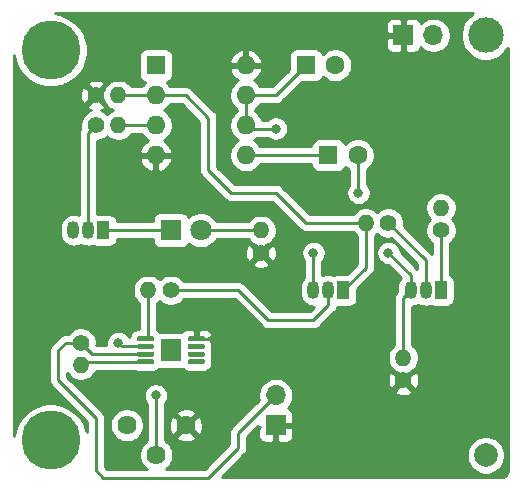
<source format=gbr>
%TF.GenerationSoftware,KiCad,Pcbnew,(5.1.9-0-10_14)*%
%TF.CreationDate,2021-04-03T15:31:47+02:00*%
%TF.ProjectId,full_circuit,66756c6c-5f63-4697-9263-7569742e6b69,rev?*%
%TF.SameCoordinates,Original*%
%TF.FileFunction,Copper,L1,Top*%
%TF.FilePolarity,Positive*%
%FSLAX46Y46*%
G04 Gerber Fmt 4.6, Leading zero omitted, Abs format (unit mm)*
G04 Created by KiCad (PCBNEW (5.1.9-0-10_14)) date 2021-04-03 15:31:47*
%MOMM*%
%LPD*%
G01*
G04 APERTURE LIST*
%TA.AperFunction,ComponentPad*%
%ADD10R,1.600000X1.600000*%
%TD*%
%TA.AperFunction,ComponentPad*%
%ADD11O,1.600000X1.600000*%
%TD*%
%TA.AperFunction,ComponentPad*%
%ADD12O,1.400000X1.400000*%
%TD*%
%TA.AperFunction,ComponentPad*%
%ADD13C,1.400000*%
%TD*%
%TA.AperFunction,ComponentPad*%
%ADD14O,1.050000X1.500000*%
%TD*%
%TA.AperFunction,ComponentPad*%
%ADD15R,1.050000X1.500000*%
%TD*%
%TA.AperFunction,ComponentPad*%
%ADD16C,5.000000*%
%TD*%
%TA.AperFunction,ComponentPad*%
%ADD17C,3.000000*%
%TD*%
%TA.AperFunction,ComponentPad*%
%ADD18C,2.000000*%
%TD*%
%TA.AperFunction,ComponentPad*%
%ADD19C,1.620000*%
%TD*%
%TA.AperFunction,SMDPad,CuDef*%
%ADD20R,1.680000X1.880000*%
%TD*%
%TA.AperFunction,ComponentPad*%
%ADD21R,1.700000X1.700000*%
%TD*%
%TA.AperFunction,ComponentPad*%
%ADD22O,1.700000X1.700000*%
%TD*%
%TA.AperFunction,ComponentPad*%
%ADD23C,1.600000*%
%TD*%
%TA.AperFunction,ComponentPad*%
%ADD24R,1.800000X1.800000*%
%TD*%
%TA.AperFunction,ComponentPad*%
%ADD25C,1.800000*%
%TD*%
%TA.AperFunction,ViaPad*%
%ADD26C,0.800000*%
%TD*%
%TA.AperFunction,Conductor*%
%ADD27C,0.250000*%
%TD*%
%TA.AperFunction,Conductor*%
%ADD28C,0.254000*%
%TD*%
%TA.AperFunction,Conductor*%
%ADD29C,0.100000*%
%TD*%
G04 APERTURE END LIST*
D10*
%TO.P,U2,1*%
%TO.N,GND*%
X-134620000Y1094740000D03*
D11*
%TO.P,U2,5*%
%TO.N,Net-(C1-Pad1)*%
X-127000000Y1087120000D03*
%TO.P,U2,2*%
%TO.N,Net-(Q1-Pad1)*%
X-134620000Y1092200000D03*
%TO.P,U2,6*%
%TO.N,Net-(C2-Pad1)*%
X-127000000Y1089660000D03*
%TO.P,U2,3*%
%TO.N,Net-(R7-Pad2)*%
X-134620000Y1089660000D03*
%TO.P,U2,7*%
%TO.N,Net-(C2-Pad1)*%
X-127000000Y1092200000D03*
%TO.P,U2,4*%
%TO.N,VCC*%
X-134620000Y1087120000D03*
%TO.P,U2,8*%
X-127000000Y1094740000D03*
%TD*%
D12*
%TO.P,R4,2*%
%TO.N,Net-(Q1-Pad1)*%
X-116835000Y1081405000D03*
D13*
%TO.P,R4,1*%
%TO.N,Net-(Q2-Pad2)*%
X-114935000Y1081405000D03*
%TD*%
%TO.P,R5,1*%
%TO.N,Net-(Q2-Pad1)*%
X-110490000Y1080770000D03*
D12*
%TO.P,R5,2*%
%TO.N,GND*%
X-110490000Y1082670000D03*
%TD*%
D14*
%TO.P,Q1,2*%
%TO.N,Net-(Q1-Pad2)*%
X-120015000Y1075690000D03*
%TO.P,Q1,3*%
%TO.N,GND*%
X-121285000Y1075690000D03*
D15*
%TO.P,Q1,1*%
%TO.N,Net-(Q1-Pad1)*%
X-118745000Y1075690000D03*
%TD*%
D16*
%TO.P,REF\u002A\u002A,*%
%TO.N,*%
X-143510000Y1062990000D03*
%TD*%
D17*
%TO.P,REF\u002A\u002A,1*%
%TO.N,N/C*%
X-106680000Y1097280000D03*
%TD*%
D18*
%TO.P,REF\u002A\u002A,*%
%TO.N,*%
X-106680000Y1061720000D03*
%TD*%
D16*
%TO.P,REF\u002A\u002A,*%
%TO.N,*%
X-143510000Y1096010000D03*
%TD*%
D15*
%TO.P,Q2,1*%
%TO.N,Net-(Q2-Pad1)*%
X-110490000Y1075690000D03*
D14*
%TO.P,Q2,3*%
%TO.N,Net-(C2-Pad1)*%
X-113030000Y1075690000D03*
%TO.P,Q2,2*%
%TO.N,Net-(Q2-Pad2)*%
X-111760000Y1075690000D03*
%TD*%
%TO.P,Q3,2*%
%TO.N,Net-(Q3-Pad2)*%
X-140335000Y1080770000D03*
%TO.P,Q3,3*%
%TO.N,GND*%
X-141605000Y1080770000D03*
D15*
%TO.P,Q3,1*%
%TO.N,Net-(D1-Pad1)*%
X-139065000Y1080770000D03*
%TD*%
D12*
%TO.P,R1,2*%
%TO.N,GND*%
X-140970000Y1069340000D03*
D13*
%TO.P,R1,1*%
%TO.N,Net-(PZ1-Pad2)*%
X-140970000Y1071240000D03*
%TD*%
%TO.P,R2,1*%
%TO.N,Net-(Q1-Pad2)*%
X-133350000Y1075690000D03*
D12*
%TO.P,R2,2*%
%TO.N,Net-(R2-Pad2)*%
X-135250000Y1075690000D03*
%TD*%
%TO.P,R3,2*%
%TO.N,Net-(Q1-Pad1)*%
X-137800000Y1092200000D03*
D13*
%TO.P,R3,1*%
%TO.N,VCC*%
X-139700000Y1092200000D03*
%TD*%
%TO.P,R6,1*%
%TO.N,VCC*%
X-113665000Y1068070000D03*
D12*
%TO.P,R6,2*%
%TO.N,Net-(C2-Pad1)*%
X-113665000Y1069970000D03*
%TD*%
%TO.P,R7,2*%
%TO.N,Net-(R7-Pad2)*%
X-137800000Y1089660000D03*
D13*
%TO.P,R7,1*%
%TO.N,Net-(Q3-Pad2)*%
X-139700000Y1089660000D03*
%TD*%
%TO.P,R8,1*%
%TO.N,VCC*%
X-125730000Y1078865000D03*
D12*
%TO.P,R8,2*%
%TO.N,Net-(D1-Pad2)*%
X-125730000Y1080765000D03*
%TD*%
D19*
%TO.P,RV1,3*%
%TO.N,GND*%
X-137080000Y1064260000D03*
%TO.P,RV1,2*%
%TO.N,Net-(RV1-Pad2)*%
X-134580000Y1061760000D03*
%TO.P,RV1,1*%
%TO.N,VCC*%
X-132080000Y1064260000D03*
%TD*%
%TO.P,U1,1*%
%TO.N,Net-(R2-Pad2)*%
%TA.AperFunction,SMDPad,CuDef*%
G36*
G01*
X-136225000Y1071485000D02*
X-136225000Y1071685000D01*
G75*
G02*
X-136125000Y1071785000I100000J0D01*
G01*
X-134875000Y1071785000D01*
G75*
G02*
X-134775000Y1071685000I0J-100000D01*
G01*
X-134775000Y1071485000D01*
G75*
G02*
X-134875000Y1071385000I-100000J0D01*
G01*
X-136125000Y1071385000D01*
G75*
G02*
X-136225000Y1071485000I0J100000D01*
G01*
G37*
%TD.AperFunction*%
%TO.P,U1,2*%
%TO.N,Net-(RV1-Pad2)*%
%TA.AperFunction,SMDPad,CuDef*%
G36*
G01*
X-136225000Y1070835000D02*
X-136225000Y1071035000D01*
G75*
G02*
X-136125000Y1071135000I100000J0D01*
G01*
X-134875000Y1071135000D01*
G75*
G02*
X-134775000Y1071035000I0J-100000D01*
G01*
X-134775000Y1070835000D01*
G75*
G02*
X-134875000Y1070735000I-100000J0D01*
G01*
X-136125000Y1070735000D01*
G75*
G02*
X-136225000Y1070835000I0J100000D01*
G01*
G37*
%TD.AperFunction*%
%TO.P,U1,3*%
%TO.N,Net-(PZ1-Pad2)*%
%TA.AperFunction,SMDPad,CuDef*%
G36*
G01*
X-136225000Y1070185000D02*
X-136225000Y1070385000D01*
G75*
G02*
X-136125000Y1070485000I100000J0D01*
G01*
X-134875000Y1070485000D01*
G75*
G02*
X-134775000Y1070385000I0J-100000D01*
G01*
X-134775000Y1070185000D01*
G75*
G02*
X-134875000Y1070085000I-100000J0D01*
G01*
X-136125000Y1070085000D01*
G75*
G02*
X-136225000Y1070185000I0J100000D01*
G01*
G37*
%TD.AperFunction*%
%TO.P,U1,4*%
%TO.N,GND*%
%TA.AperFunction,SMDPad,CuDef*%
G36*
G01*
X-136225000Y1069535000D02*
X-136225000Y1069735000D01*
G75*
G02*
X-136125000Y1069835000I100000J0D01*
G01*
X-134875000Y1069835000D01*
G75*
G02*
X-134775000Y1069735000I0J-100000D01*
G01*
X-134775000Y1069535000D01*
G75*
G02*
X-134875000Y1069435000I-100000J0D01*
G01*
X-136125000Y1069435000D01*
G75*
G02*
X-136225000Y1069535000I0J100000D01*
G01*
G37*
%TD.AperFunction*%
%TO.P,U1,5*%
%TO.N,N/C*%
%TA.AperFunction,SMDPad,CuDef*%
G36*
G01*
X-131925000Y1069535000D02*
X-131925000Y1069735000D01*
G75*
G02*
X-131825000Y1069835000I100000J0D01*
G01*
X-130575000Y1069835000D01*
G75*
G02*
X-130475000Y1069735000I0J-100000D01*
G01*
X-130475000Y1069535000D01*
G75*
G02*
X-130575000Y1069435000I-100000J0D01*
G01*
X-131825000Y1069435000D01*
G75*
G02*
X-131925000Y1069535000I0J100000D01*
G01*
G37*
%TD.AperFunction*%
%TO.P,U1,6*%
%TA.AperFunction,SMDPad,CuDef*%
G36*
G01*
X-131925000Y1070185000D02*
X-131925000Y1070385000D01*
G75*
G02*
X-131825000Y1070485000I100000J0D01*
G01*
X-130575000Y1070485000D01*
G75*
G02*
X-130475000Y1070385000I0J-100000D01*
G01*
X-130475000Y1070185000D01*
G75*
G02*
X-130575000Y1070085000I-100000J0D01*
G01*
X-131825000Y1070085000D01*
G75*
G02*
X-131925000Y1070185000I0J100000D01*
G01*
G37*
%TD.AperFunction*%
%TO.P,U1,7*%
%TA.AperFunction,SMDPad,CuDef*%
G36*
G01*
X-131925000Y1070835000D02*
X-131925000Y1071035000D01*
G75*
G02*
X-131825000Y1071135000I100000J0D01*
G01*
X-130575000Y1071135000D01*
G75*
G02*
X-130475000Y1071035000I0J-100000D01*
G01*
X-130475000Y1070835000D01*
G75*
G02*
X-130575000Y1070735000I-100000J0D01*
G01*
X-131825000Y1070735000D01*
G75*
G02*
X-131925000Y1070835000I0J100000D01*
G01*
G37*
%TD.AperFunction*%
%TO.P,U1,8*%
%TO.N,VCC*%
%TA.AperFunction,SMDPad,CuDef*%
G36*
G01*
X-131925000Y1071485000D02*
X-131925000Y1071685000D01*
G75*
G02*
X-131825000Y1071785000I100000J0D01*
G01*
X-130575000Y1071785000D01*
G75*
G02*
X-130475000Y1071685000I0J-100000D01*
G01*
X-130475000Y1071485000D01*
G75*
G02*
X-130575000Y1071385000I-100000J0D01*
G01*
X-131825000Y1071385000D01*
G75*
G02*
X-131925000Y1071485000I0J100000D01*
G01*
G37*
%TD.AperFunction*%
D20*
%TO.P,U1,9*%
%TO.N,N/C*%
X-133350000Y1070610000D03*
%TD*%
D21*
%TO.P,BT1,1*%
%TO.N,VCC*%
X-113665000Y1097280000D03*
D22*
%TO.P,BT1,2*%
%TO.N,GND*%
X-111125000Y1097280000D03*
%TD*%
%TO.P,PZ1,2*%
%TO.N,Net-(PZ1-Pad2)*%
X-124460000Y1066800000D03*
D21*
%TO.P,PZ1,1*%
%TO.N,VCC*%
X-124460000Y1064260000D03*
%TD*%
D10*
%TO.P,C1,1*%
%TO.N,Net-(C1-Pad1)*%
X-120015000Y1087120000D03*
D23*
%TO.P,C1,2*%
%TO.N,GND*%
X-117515000Y1087120000D03*
%TD*%
%TO.P,C2,2*%
%TO.N,GND*%
X-119420000Y1094740000D03*
D10*
%TO.P,C2,1*%
%TO.N,Net-(C2-Pad1)*%
X-121920000Y1094740000D03*
%TD*%
D24*
%TO.P,D1,1*%
%TO.N,Net-(D1-Pad1)*%
X-133350000Y1080770000D03*
D25*
%TO.P,D1,2*%
%TO.N,Net-(D1-Pad2)*%
X-130810000Y1080770000D03*
%TD*%
D26*
%TO.N,GND*%
X-121285000Y1078865000D03*
X-117475000Y1083945000D03*
%TO.N,Net-(C2-Pad1)*%
X-114935000Y1078865000D03*
X-124460000Y1089379998D03*
%TO.N,Net-(RV1-Pad2)*%
X-134620000Y1066800000D03*
X-137795000Y1071245000D03*
%TD*%
D27*
%TO.N,VCC*%
X-131200000Y1071585000D02*
X-129245000Y1071585000D01*
X-129245000Y1067095000D02*
X-132080000Y1064260000D01*
X-129245000Y1071585000D02*
X-129245000Y1067095000D01*
%TO.N,Net-(C1-Pad1)*%
X-127000000Y1087120000D02*
X-120015000Y1087120000D01*
%TO.N,GND*%
X-140675000Y1069635000D02*
X-140970000Y1069340000D01*
X-135500000Y1069635000D02*
X-140675000Y1069635000D01*
X-121285000Y1075690000D02*
X-121285000Y1078865000D01*
X-117515000Y1083985000D02*
X-117475000Y1083945000D01*
X-117515000Y1087120000D02*
X-117515000Y1083985000D01*
%TO.N,Net-(C2-Pad1)*%
X-127000000Y1092200000D02*
X-127000000Y1089660000D01*
X-124460000Y1092200000D02*
X-121920000Y1094740000D01*
X-127000000Y1092200000D02*
X-124460000Y1092200000D01*
X-113665000Y1075055000D02*
X-113030000Y1075690000D01*
X-113665000Y1069970000D02*
X-113665000Y1075055000D01*
X-113030000Y1075690000D02*
X-113030000Y1076960000D01*
X-113030000Y1076960000D02*
X-114935000Y1078865000D01*
X-126719998Y1089379998D02*
X-127000000Y1089660000D01*
X-124460000Y1089379998D02*
X-126719998Y1089379998D01*
%TO.N,Net-(D1-Pad1)*%
X-139065000Y1080770000D02*
X-133350000Y1080770000D01*
%TO.N,Net-(D1-Pad2)*%
X-125735000Y1080770000D02*
X-125730000Y1080765000D01*
X-130810000Y1080770000D02*
X-125735000Y1080770000D01*
%TO.N,Net-(Q1-Pad2)*%
X-133350000Y1075690000D02*
X-127635000Y1075690000D01*
X-127635000Y1075690000D02*
X-125095000Y1073150000D01*
X-120015000Y1074420000D02*
X-120015000Y1075690000D01*
X-121285000Y1073150000D02*
X-120015000Y1074420000D01*
X-125095000Y1073150000D02*
X-121285000Y1073150000D01*
%TO.N,Net-(Q1-Pad1)*%
X-134620000Y1092200000D02*
X-137800000Y1092200000D01*
X-116835000Y1077600000D02*
X-118745000Y1075690000D01*
X-116835000Y1081405000D02*
X-116835000Y1077600000D01*
X-121920000Y1081405000D02*
X-116835000Y1081405000D01*
X-124460000Y1083945000D02*
X-121920000Y1081405000D01*
X-132080000Y1092200000D02*
X-130175000Y1090295000D01*
X-130175000Y1085850000D02*
X-128270000Y1083945000D01*
X-130175000Y1090295000D02*
X-130175000Y1085850000D01*
X-128270000Y1083945000D02*
X-124460000Y1083945000D01*
X-134620000Y1092200000D02*
X-132080000Y1092200000D01*
%TO.N,Net-(Q2-Pad1)*%
X-110490000Y1080770000D02*
X-110490000Y1075690000D01*
%TO.N,Net-(Q2-Pad2)*%
X-111760000Y1078230000D02*
X-111760000Y1075690000D01*
X-114935000Y1081405000D02*
X-111760000Y1078230000D01*
%TO.N,Net-(Q3-Pad2)*%
X-140335000Y1089025000D02*
X-140335000Y1080770000D01*
X-139700000Y1089660000D02*
X-140335000Y1089025000D01*
%TO.N,Net-(PZ1-Pad2)*%
X-140015000Y1070285000D02*
X-140970000Y1071240000D01*
X-135500000Y1070285000D02*
X-140015000Y1070285000D01*
X-140970000Y1071240000D02*
X-142245000Y1071240000D01*
X-142245000Y1071240000D02*
X-142875000Y1070610000D01*
X-142875000Y1070610000D02*
X-142875000Y1068070000D01*
X-142875000Y1068070000D02*
X-139700000Y1064895000D01*
X-139700000Y1064895000D02*
X-139700000Y1060450000D01*
X-139700000Y1060450000D02*
X-139065000Y1059815000D01*
X-139065000Y1059815000D02*
X-130175000Y1059815000D01*
X-130175000Y1059815000D02*
X-127635000Y1062355000D01*
X-127635000Y1063625000D02*
X-124460000Y1066800000D01*
X-127635000Y1062355000D02*
X-127635000Y1063625000D01*
%TO.N,Net-(R2-Pad2)*%
X-135250000Y1071835000D02*
X-135500000Y1071585000D01*
X-135250000Y1075690000D02*
X-135250000Y1071835000D01*
%TO.N,Net-(R7-Pad2)*%
X-134620000Y1089660000D02*
X-137800000Y1089660000D01*
%TO.N,Net-(RV1-Pad2)*%
X-134580000Y1061760000D02*
X-134580000Y1065490000D01*
X-134580000Y1065490000D02*
X-134620000Y1065530000D01*
X-134620000Y1065530000D02*
X-134620000Y1066800000D01*
X-137485000Y1070935000D02*
X-137795000Y1071245000D01*
X-135500000Y1070935000D02*
X-137485000Y1070935000D01*
%TD*%
D28*
%TO.N,VCC*%
X-108040983Y1098938363D02*
X-108338363Y1098640983D01*
X-108572012Y1098291302D01*
X-108732953Y1097902756D01*
X-108815000Y1097490279D01*
X-108815000Y1097069721D01*
X-108732953Y1096657244D01*
X-108572012Y1096268698D01*
X-108338363Y1095919017D01*
X-108040983Y1095621637D01*
X-107691302Y1095387988D01*
X-107302756Y1095227047D01*
X-106890279Y1095145000D01*
X-106469721Y1095145000D01*
X-106057244Y1095227047D01*
X-105668698Y1095387988D01*
X-105319017Y1095621637D01*
X-105021637Y1095919017D01*
X-104824999Y1096213307D01*
X-104825000Y1060483504D01*
X-104839364Y1060337008D01*
X-104872177Y1060228328D01*
X-104925478Y1060128083D01*
X-104997231Y1060040105D01*
X-105084708Y1059967737D01*
X-105184580Y1059913737D01*
X-105293027Y1059880167D01*
X-105437331Y1059865000D01*
X-129050199Y1059865000D01*
X-127123991Y1061791206D01*
X-127094999Y1061814999D01*
X-127071205Y1061843992D01*
X-127071201Y1061843996D01*
X-127040806Y1061881033D01*
X-108315000Y1061881033D01*
X-108315000Y1061558967D01*
X-108252168Y1061243088D01*
X-108128918Y1060945537D01*
X-107949987Y1060677748D01*
X-107722252Y1060450013D01*
X-107454463Y1060271082D01*
X-107156912Y1060147832D01*
X-106841033Y1060085000D01*
X-106518967Y1060085000D01*
X-106203088Y1060147832D01*
X-105905537Y1060271082D01*
X-105637748Y1060450013D01*
X-105410013Y1060677748D01*
X-105231082Y1060945537D01*
X-105107832Y1061243088D01*
X-105045000Y1061558967D01*
X-105045000Y1061881033D01*
X-105107832Y1062196912D01*
X-105231082Y1062494463D01*
X-105410013Y1062762252D01*
X-105637748Y1062989987D01*
X-105905537Y1063168918D01*
X-106203088Y1063292168D01*
X-106518967Y1063355000D01*
X-106841033Y1063355000D01*
X-107156912Y1063292168D01*
X-107454463Y1063168918D01*
X-107722252Y1062989987D01*
X-107949987Y1062762252D01*
X-108128918Y1062494463D01*
X-108252168Y1062196912D01*
X-108315000Y1061881033D01*
X-127040806Y1061881033D01*
X-127000027Y1061930723D01*
X-127000026Y1061930724D01*
X-126929454Y1062062753D01*
X-126885997Y1062206014D01*
X-126875000Y1062317667D01*
X-126875000Y1062317676D01*
X-126871324Y1062354999D01*
X-126875000Y1062392322D01*
X-126875000Y1063310199D01*
X-125945000Y1064240198D01*
X-125945000Y1064132998D01*
X-125786252Y1064132998D01*
X-125945000Y1063974250D01*
X-125948072Y1063410000D01*
X-125935812Y1063285518D01*
X-125899502Y1063165820D01*
X-125840537Y1063055506D01*
X-125761185Y1062958815D01*
X-125664494Y1062879463D01*
X-125554180Y1062820498D01*
X-125434482Y1062784188D01*
X-125310000Y1062771928D01*
X-124745750Y1062775000D01*
X-124587000Y1062933750D01*
X-124587000Y1064133000D01*
X-124333000Y1064133000D01*
X-124333000Y1062933750D01*
X-124174250Y1062775000D01*
X-123610000Y1062771928D01*
X-123485518Y1062784188D01*
X-123365820Y1062820498D01*
X-123255506Y1062879463D01*
X-123158815Y1062958815D01*
X-123079463Y1063055506D01*
X-123020498Y1063165820D01*
X-122984188Y1063285518D01*
X-122971928Y1063410000D01*
X-122975000Y1063974250D01*
X-123133750Y1064133000D01*
X-124333000Y1064133000D01*
X-124587000Y1064133000D01*
X-124607000Y1064133000D01*
X-124607000Y1064387000D01*
X-124587000Y1064387000D01*
X-124587000Y1064407000D01*
X-124333000Y1064407000D01*
X-124333000Y1064387000D01*
X-123133750Y1064387000D01*
X-122975000Y1064545750D01*
X-122971928Y1065110000D01*
X-122984188Y1065234482D01*
X-123020498Y1065354180D01*
X-123079463Y1065464494D01*
X-123158815Y1065561185D01*
X-123255506Y1065640537D01*
X-123365820Y1065699502D01*
X-123438380Y1065721513D01*
X-123306525Y1065853368D01*
X-123144010Y1066096589D01*
X-123032068Y1066366842D01*
X-122975000Y1066653740D01*
X-122975000Y1066946260D01*
X-123015274Y1067148731D01*
X-114406664Y1067148731D01*
X-114347203Y1066914963D01*
X-114108758Y1066804066D01*
X-113853260Y1066741817D01*
X-113590527Y1066730610D01*
X-113330656Y1066770875D01*
X-113083634Y1066861065D01*
X-112982797Y1066914963D01*
X-112923336Y1067148731D01*
X-113665000Y1067890395D01*
X-114406664Y1067148731D01*
X-123015274Y1067148731D01*
X-123032068Y1067233158D01*
X-123144010Y1067503411D01*
X-123306525Y1067746632D01*
X-123513368Y1067953475D01*
X-123576303Y1067995527D01*
X-115004390Y1067995527D01*
X-114964125Y1067735656D01*
X-114873935Y1067488634D01*
X-114820037Y1067387797D01*
X-114586269Y1067328336D01*
X-113844605Y1068070000D01*
X-113485395Y1068070000D01*
X-112743731Y1067328336D01*
X-112509963Y1067387797D01*
X-112399066Y1067626242D01*
X-112336817Y1067881740D01*
X-112325610Y1068144473D01*
X-112365875Y1068404344D01*
X-112456065Y1068651366D01*
X-112509963Y1068752203D01*
X-112743731Y1068811664D01*
X-113485395Y1068070000D01*
X-113844605Y1068070000D01*
X-114586269Y1068811664D01*
X-114820037Y1068752203D01*
X-114930934Y1068513758D01*
X-114993183Y1068258260D01*
X-115004390Y1067995527D01*
X-123576303Y1067995527D01*
X-123756589Y1068115990D01*
X-124026842Y1068227932D01*
X-124313740Y1068285000D01*
X-124606260Y1068285000D01*
X-124893158Y1068227932D01*
X-125163411Y1068115990D01*
X-125406632Y1067953475D01*
X-125613475Y1067746632D01*
X-125775990Y1067503411D01*
X-125887932Y1067233158D01*
X-125945000Y1066946260D01*
X-125945000Y1066653740D01*
X-125901210Y1066433592D01*
X-128146002Y1064188799D01*
X-128175000Y1064165001D01*
X-128198798Y1064136003D01*
X-128198799Y1064136002D01*
X-128269974Y1064049276D01*
X-128340546Y1063917246D01*
X-128384002Y1063773985D01*
X-128398676Y1063625000D01*
X-128394999Y1063587668D01*
X-128395000Y1062669803D01*
X-130489801Y1060575000D01*
X-133752546Y1060575000D01*
X-133658866Y1060637595D01*
X-133457595Y1060838866D01*
X-133299457Y1061075536D01*
X-133190530Y1061338509D01*
X-133135000Y1061617680D01*
X-133135000Y1061902320D01*
X-133190530Y1062181491D01*
X-133299457Y1062444464D01*
X-133457595Y1062681134D01*
X-133658866Y1062882405D01*
X-133820000Y1062990071D01*
X-133820000Y1063260157D01*
X-132900238Y1063260157D01*
X-132827444Y1063015168D01*
X-132570227Y1062893267D01*
X-132294171Y1062823890D01*
X-132009885Y1062809702D01*
X-131728294Y1062851248D01*
X-131460217Y1062946932D01*
X-131332556Y1063015168D01*
X-131259762Y1063260157D01*
X-132080000Y1064080395D01*
X-132900238Y1063260157D01*
X-133820000Y1063260157D01*
X-133820000Y1064189885D01*
X-133530298Y1064189885D01*
X-133488752Y1063908294D01*
X-133393068Y1063640217D01*
X-133324832Y1063512556D01*
X-133079843Y1063439762D01*
X-132259605Y1064260000D01*
X-131900395Y1064260000D01*
X-131080157Y1063439762D01*
X-130835168Y1063512556D01*
X-130713267Y1063769773D01*
X-130643890Y1064045829D01*
X-130629702Y1064330115D01*
X-130671248Y1064611706D01*
X-130766932Y1064879783D01*
X-130835168Y1065007444D01*
X-131080157Y1065080238D01*
X-131900395Y1064260000D01*
X-132259605Y1064260000D01*
X-133079843Y1065080238D01*
X-133324832Y1065007444D01*
X-133446733Y1064750227D01*
X-133516110Y1064474171D01*
X-133530298Y1064189885D01*
X-133820000Y1064189885D01*
X-133820000Y1065259843D01*
X-132900238Y1065259843D01*
X-132080000Y1064439605D01*
X-131259762Y1065259843D01*
X-131332556Y1065504832D01*
X-131589773Y1065626733D01*
X-131865829Y1065696110D01*
X-132150115Y1065710298D01*
X-132431706Y1065668752D01*
X-132699783Y1065573068D01*
X-132827444Y1065504832D01*
X-132900238Y1065259843D01*
X-133820000Y1065259843D01*
X-133820000Y1065452667D01*
X-133816323Y1065490000D01*
X-133830997Y1065638985D01*
X-133830997Y1065638986D01*
X-133860000Y1065734598D01*
X-133860000Y1066096289D01*
X-133816063Y1066140226D01*
X-133702795Y1066309744D01*
X-133624774Y1066498102D01*
X-133585000Y1066698061D01*
X-133585000Y1066901939D01*
X-133624774Y1067101898D01*
X-133702795Y1067290256D01*
X-133816063Y1067459774D01*
X-133960226Y1067603937D01*
X-134129744Y1067717205D01*
X-134318102Y1067795226D01*
X-134518061Y1067835000D01*
X-134721939Y1067835000D01*
X-134921898Y1067795226D01*
X-135110256Y1067717205D01*
X-135279774Y1067603937D01*
X-135423937Y1067459774D01*
X-135537205Y1067290256D01*
X-135615226Y1067101898D01*
X-135655000Y1066901939D01*
X-135655000Y1066698061D01*
X-135615226Y1066498102D01*
X-135537205Y1066309744D01*
X-135423937Y1066140226D01*
X-135380000Y1066096289D01*
X-135380000Y1065567323D01*
X-135383676Y1065530000D01*
X-135380000Y1065492678D01*
X-135380000Y1065492668D01*
X-135369003Y1065381015D01*
X-135339999Y1065285400D01*
X-135340000Y1062990072D01*
X-135501134Y1062882405D01*
X-135702405Y1062681134D01*
X-135860543Y1062444464D01*
X-135969470Y1062181491D01*
X-136025000Y1061902320D01*
X-136025000Y1061617680D01*
X-135969470Y1061338509D01*
X-135860543Y1061075536D01*
X-135702405Y1060838866D01*
X-135501134Y1060637595D01*
X-135407454Y1060575000D01*
X-138750198Y1060575000D01*
X-138940000Y1060764801D01*
X-138940000Y1064402320D01*
X-138525000Y1064402320D01*
X-138525000Y1064117680D01*
X-138469470Y1063838509D01*
X-138360543Y1063575536D01*
X-138202405Y1063338866D01*
X-138001134Y1063137595D01*
X-137764464Y1062979457D01*
X-137501491Y1062870530D01*
X-137222320Y1062815000D01*
X-136937680Y1062815000D01*
X-136658509Y1062870530D01*
X-136395536Y1062979457D01*
X-136158866Y1063137595D01*
X-135957595Y1063338866D01*
X-135799457Y1063575536D01*
X-135690530Y1063838509D01*
X-135635000Y1064117680D01*
X-135635000Y1064402320D01*
X-135690530Y1064681491D01*
X-135799457Y1064944464D01*
X-135957595Y1065181134D01*
X-136158866Y1065382405D01*
X-136395536Y1065540543D01*
X-136658509Y1065649470D01*
X-136937680Y1065705000D01*
X-137222320Y1065705000D01*
X-137501491Y1065649470D01*
X-137764464Y1065540543D01*
X-138001134Y1065382405D01*
X-138202405Y1065181134D01*
X-138360543Y1064944464D01*
X-138469470Y1064681491D01*
X-138525000Y1064402320D01*
X-138940000Y1064402320D01*
X-138940000Y1064857678D01*
X-138936324Y1064895001D01*
X-138940000Y1064932324D01*
X-138940000Y1064932333D01*
X-138950997Y1065043986D01*
X-138994454Y1065187247D01*
X-139065025Y1065319275D01*
X-139065026Y1065319277D01*
X-139136201Y1065406003D01*
X-139159999Y1065435001D01*
X-139188996Y1065458798D01*
X-142115000Y1068384801D01*
X-142115000Y1068650678D01*
X-142006962Y1068488987D01*
X-141821013Y1068303038D01*
X-141602359Y1068156939D01*
X-141359405Y1068056304D01*
X-141101486Y1068005000D01*
X-140838514Y1068005000D01*
X-140580595Y1068056304D01*
X-140337641Y1068156939D01*
X-140118987Y1068303038D01*
X-139933038Y1068488987D01*
X-139786939Y1068707641D01*
X-139717617Y1068875000D01*
X-136448401Y1068875000D01*
X-136407448Y1068853110D01*
X-136268991Y1068811110D01*
X-136125000Y1068796928D01*
X-134875000Y1068796928D01*
X-134731009Y1068811110D01*
X-134592552Y1068853110D01*
X-134464949Y1068921316D01*
X-134353104Y1069013104D01*
X-134324981Y1069047373D01*
X-134314482Y1069044188D01*
X-134190000Y1069031928D01*
X-132510000Y1069031928D01*
X-132385518Y1069044188D01*
X-132375019Y1069047373D01*
X-132346896Y1069013104D01*
X-132235051Y1068921316D01*
X-132107448Y1068853110D01*
X-131968991Y1068811110D01*
X-131825000Y1068796928D01*
X-130575000Y1068796928D01*
X-130431009Y1068811110D01*
X-130292552Y1068853110D01*
X-130164949Y1068921316D01*
X-130053104Y1069013104D01*
X-129961316Y1069124949D01*
X-129893110Y1069252552D01*
X-129851110Y1069391009D01*
X-129836928Y1069535000D01*
X-129836928Y1069735000D01*
X-129851110Y1069878991D01*
X-129875684Y1069960000D01*
X-129851110Y1070041009D01*
X-129836928Y1070185000D01*
X-129836928Y1070385000D01*
X-129851110Y1070528991D01*
X-129875684Y1070610000D01*
X-129851110Y1070691009D01*
X-129836928Y1070835000D01*
X-129836928Y1071035000D01*
X-129851110Y1071178991D01*
X-129862348Y1071216037D01*
X-129851156Y1071251004D01*
X-129840000Y1071353250D01*
X-129998750Y1071512000D01*
X-130016259Y1071512000D01*
X-130053104Y1071556896D01*
X-130164949Y1071648684D01*
X-130182378Y1071658000D01*
X-129998750Y1071658000D01*
X-129840000Y1071816750D01*
X-129851156Y1071918996D01*
X-129889285Y1072038127D01*
X-129949922Y1072147531D01*
X-130030737Y1072243003D01*
X-130128625Y1072320874D01*
X-130239825Y1072378151D01*
X-130360061Y1072412634D01*
X-130484715Y1072422998D01*
X-130914250Y1072420000D01*
X-131073000Y1072261250D01*
X-131073000Y1071773072D01*
X-131327000Y1071773072D01*
X-131327000Y1072261250D01*
X-131485750Y1072420000D01*
X-131915285Y1072422998D01*
X-132039939Y1072412634D01*
X-132160175Y1072378151D01*
X-132271375Y1072320874D01*
X-132369263Y1072243003D01*
X-132423013Y1072179505D01*
X-132510000Y1072188072D01*
X-134190000Y1072188072D01*
X-134314482Y1072175812D01*
X-134324981Y1072172627D01*
X-134353104Y1072206896D01*
X-134464949Y1072298684D01*
X-134490000Y1072312074D01*
X-134490000Y1074592225D01*
X-134398987Y1074653038D01*
X-134300000Y1074752025D01*
X-134201013Y1074653038D01*
X-133982359Y1074506939D01*
X-133739405Y1074406304D01*
X-133481486Y1074355000D01*
X-133218514Y1074355000D01*
X-132960595Y1074406304D01*
X-132717641Y1074506939D01*
X-132498987Y1074653038D01*
X-132313038Y1074838987D01*
X-132252225Y1074930000D01*
X-127949801Y1074930000D01*
X-125658795Y1072638992D01*
X-125635001Y1072609999D01*
X-125606008Y1072586205D01*
X-125606004Y1072586201D01*
X-125603324Y1072584002D01*
X-125519276Y1072515026D01*
X-125387247Y1072444454D01*
X-125243986Y1072400997D01*
X-125132333Y1072390000D01*
X-125132324Y1072390000D01*
X-125095001Y1072386324D01*
X-125057678Y1072390000D01*
X-121322322Y1072390000D01*
X-121285000Y1072386324D01*
X-121247678Y1072390000D01*
X-121247667Y1072390000D01*
X-121136014Y1072400997D01*
X-120992753Y1072444454D01*
X-120860724Y1072515026D01*
X-120744999Y1072609999D01*
X-120721196Y1072639003D01*
X-119503996Y1073856202D01*
X-119474999Y1073879999D01*
X-119380026Y1073995724D01*
X-119309454Y1074127753D01*
X-119265997Y1074271014D01*
X-119262952Y1074301928D01*
X-118220000Y1074301928D01*
X-118095518Y1074314188D01*
X-117975820Y1074350498D01*
X-117865506Y1074409463D01*
X-117768815Y1074488815D01*
X-117689463Y1074585506D01*
X-117630498Y1074695820D01*
X-117594188Y1074815518D01*
X-117581928Y1074940000D01*
X-117581928Y1075778271D01*
X-116323997Y1077036201D01*
X-116294999Y1077059999D01*
X-116254796Y1077108986D01*
X-116200026Y1077175723D01*
X-116129454Y1077307753D01*
X-116085997Y1077451014D01*
X-116075000Y1077562667D01*
X-116075000Y1077562677D01*
X-116071324Y1077600000D01*
X-116075000Y1077637323D01*
X-116075000Y1080307225D01*
X-115983987Y1080368038D01*
X-115885000Y1080467025D01*
X-115786013Y1080368038D01*
X-115567359Y1080221939D01*
X-115324405Y1080121304D01*
X-115066486Y1080070000D01*
X-114803514Y1080070000D01*
X-114696156Y1080091355D01*
X-112520000Y1077915198D01*
X-112520000Y1077524802D01*
X-113900000Y1078904801D01*
X-113900000Y1078966939D01*
X-113939774Y1079166898D01*
X-114017795Y1079355256D01*
X-114131063Y1079524774D01*
X-114275226Y1079668937D01*
X-114444744Y1079782205D01*
X-114633102Y1079860226D01*
X-114833061Y1079900000D01*
X-115036939Y1079900000D01*
X-115236898Y1079860226D01*
X-115425256Y1079782205D01*
X-115594774Y1079668937D01*
X-115738937Y1079524774D01*
X-115852205Y1079355256D01*
X-115930226Y1079166898D01*
X-115970000Y1078966939D01*
X-115970000Y1078763061D01*
X-115930226Y1078563102D01*
X-115852205Y1078374744D01*
X-115738937Y1078205226D01*
X-115594774Y1078061063D01*
X-115425256Y1077947795D01*
X-115236898Y1077869774D01*
X-115036939Y1077830000D01*
X-114974801Y1077830000D01*
X-113867645Y1076722843D01*
X-113999170Y1076562579D01*
X-114106885Y1076361060D01*
X-114173215Y1076142400D01*
X-114190000Y1075971979D01*
X-114190000Y1075607311D01*
X-114205000Y1075595001D01*
X-114228798Y1075566003D01*
X-114228799Y1075566002D01*
X-114299974Y1075479276D01*
X-114370546Y1075347246D01*
X-114414002Y1075203985D01*
X-114428676Y1075055000D01*
X-114424999Y1075017668D01*
X-114425000Y1071067775D01*
X-114516013Y1071006962D01*
X-114701962Y1070821013D01*
X-114848061Y1070602359D01*
X-114948696Y1070359405D01*
X-115000000Y1070101486D01*
X-115000000Y1069838514D01*
X-114948696Y1069580595D01*
X-114848061Y1069337641D01*
X-114701962Y1069118987D01*
X-114516013Y1068933038D01*
X-114297359Y1068786939D01*
X-114135141Y1068719746D01*
X-113665000Y1068249605D01*
X-113194859Y1068719746D01*
X-113032641Y1068786939D01*
X-112813987Y1068933038D01*
X-112628038Y1069118987D01*
X-112481939Y1069337641D01*
X-112381304Y1069580595D01*
X-112330000Y1069838514D01*
X-112330000Y1070101486D01*
X-112381304Y1070359405D01*
X-112481939Y1070602359D01*
X-112628038Y1070821013D01*
X-112813987Y1071006962D01*
X-112905000Y1071067775D01*
X-112905000Y1074311700D01*
X-112802601Y1074321785D01*
X-112583941Y1074388115D01*
X-112395001Y1074489106D01*
X-112206060Y1074388115D01*
X-111987400Y1074321785D01*
X-111760000Y1074299388D01*
X-111532601Y1074321785D01*
X-111323902Y1074385093D01*
X-111259180Y1074350498D01*
X-111139482Y1074314188D01*
X-111015000Y1074301928D01*
X-109965000Y1074301928D01*
X-109840518Y1074314188D01*
X-109720820Y1074350498D01*
X-109610506Y1074409463D01*
X-109513815Y1074488815D01*
X-109434463Y1074585506D01*
X-109375498Y1074695820D01*
X-109339188Y1074815518D01*
X-109326928Y1074940000D01*
X-109326928Y1076440000D01*
X-109339188Y1076564482D01*
X-109375498Y1076684180D01*
X-109434463Y1076794494D01*
X-109513815Y1076891185D01*
X-109610506Y1076970537D01*
X-109720820Y1077029502D01*
X-109730000Y1077032287D01*
X-109730000Y1079672225D01*
X-109638987Y1079733038D01*
X-109453038Y1079918987D01*
X-109306939Y1080137641D01*
X-109206304Y1080380595D01*
X-109155000Y1080638514D01*
X-109155000Y1080901486D01*
X-109206304Y1081159405D01*
X-109306939Y1081402359D01*
X-109453038Y1081621013D01*
X-109552025Y1081720000D01*
X-109453038Y1081818987D01*
X-109306939Y1082037641D01*
X-109206304Y1082280595D01*
X-109155000Y1082538514D01*
X-109155000Y1082801486D01*
X-109206304Y1083059405D01*
X-109306939Y1083302359D01*
X-109453038Y1083521013D01*
X-109638987Y1083706962D01*
X-109857641Y1083853061D01*
X-110100595Y1083953696D01*
X-110358514Y1084005000D01*
X-110621486Y1084005000D01*
X-110879405Y1083953696D01*
X-111122359Y1083853061D01*
X-111341013Y1083706962D01*
X-111526962Y1083521013D01*
X-111673061Y1083302359D01*
X-111773696Y1083059405D01*
X-111825000Y1082801486D01*
X-111825000Y1082538514D01*
X-111773696Y1082280595D01*
X-111673061Y1082037641D01*
X-111526962Y1081818987D01*
X-111427975Y1081720000D01*
X-111526962Y1081621013D01*
X-111673061Y1081402359D01*
X-111773696Y1081159405D01*
X-111825000Y1080901486D01*
X-111825000Y1080638514D01*
X-111773696Y1080380595D01*
X-111673061Y1080137641D01*
X-111526962Y1079918987D01*
X-111341013Y1079733038D01*
X-111250000Y1079672225D01*
X-111250000Y1078794802D01*
X-113621355Y1081166156D01*
X-113600000Y1081273514D01*
X-113600000Y1081536486D01*
X-113651304Y1081794405D01*
X-113751939Y1082037359D01*
X-113898038Y1082256013D01*
X-114083987Y1082441962D01*
X-114302641Y1082588061D01*
X-114545595Y1082688696D01*
X-114803514Y1082740000D01*
X-115066486Y1082740000D01*
X-115324405Y1082688696D01*
X-115567359Y1082588061D01*
X-115786013Y1082441962D01*
X-115885000Y1082342975D01*
X-115983987Y1082441962D01*
X-116202641Y1082588061D01*
X-116445595Y1082688696D01*
X-116703514Y1082740000D01*
X-116966486Y1082740000D01*
X-117224405Y1082688696D01*
X-117467359Y1082588061D01*
X-117686013Y1082441962D01*
X-117871962Y1082256013D01*
X-117932775Y1082165000D01*
X-121605197Y1082165000D01*
X-123896196Y1084455997D01*
X-123919999Y1084485001D01*
X-124035724Y1084579974D01*
X-124167753Y1084650546D01*
X-124311014Y1084694003D01*
X-124422667Y1084705000D01*
X-124422678Y1084705000D01*
X-124460000Y1084708676D01*
X-124497322Y1084705000D01*
X-127955198Y1084705000D01*
X-129415000Y1086164801D01*
X-129415000Y1090257677D01*
X-129411324Y1090295000D01*
X-129415000Y1090332323D01*
X-129415000Y1090332333D01*
X-129425997Y1090443986D01*
X-129469454Y1090587247D01*
X-129540026Y1090719276D01*
X-129634999Y1090835001D01*
X-129663996Y1090858798D01*
X-131146533Y1092341335D01*
X-128435000Y1092341335D01*
X-128435000Y1092058665D01*
X-128379853Y1091781426D01*
X-128271680Y1091520273D01*
X-128114637Y1091285241D01*
X-127914759Y1091085363D01*
X-127760000Y1090981956D01*
X-127759999Y1090878044D01*
X-127914759Y1090774637D01*
X-128114637Y1090574759D01*
X-128271680Y1090339727D01*
X-128379853Y1090078574D01*
X-128435000Y1089801335D01*
X-128435000Y1089518665D01*
X-128379853Y1089241426D01*
X-128271680Y1088980273D01*
X-128114637Y1088745241D01*
X-127914759Y1088545363D01*
X-127682241Y1088390000D01*
X-127914759Y1088234637D01*
X-128114637Y1088034759D01*
X-128271680Y1087799727D01*
X-128379853Y1087538574D01*
X-128435000Y1087261335D01*
X-128435000Y1086978665D01*
X-128379853Y1086701426D01*
X-128271680Y1086440273D01*
X-128114637Y1086205241D01*
X-127914759Y1086005363D01*
X-127679727Y1085848320D01*
X-127418574Y1085740147D01*
X-127141335Y1085685000D01*
X-126858665Y1085685000D01*
X-126581426Y1085740147D01*
X-126320273Y1085848320D01*
X-126085241Y1086005363D01*
X-125885363Y1086205241D01*
X-125781957Y1086360000D01*
X-121453072Y1086360000D01*
X-121453072Y1086320000D01*
X-121440812Y1086195518D01*
X-121404502Y1086075820D01*
X-121345537Y1085965506D01*
X-121266185Y1085868815D01*
X-121169494Y1085789463D01*
X-121059180Y1085730498D01*
X-120939482Y1085694188D01*
X-120815000Y1085681928D01*
X-119215000Y1085681928D01*
X-119090518Y1085694188D01*
X-118970820Y1085730498D01*
X-118860506Y1085789463D01*
X-118763815Y1085868815D01*
X-118684463Y1085965506D01*
X-118625498Y1086075820D01*
X-118596339Y1086171943D01*
X-118429759Y1086005363D01*
X-118275000Y1085901956D01*
X-118274999Y1084608712D01*
X-118278937Y1084604774D01*
X-118392205Y1084435256D01*
X-118470226Y1084246898D01*
X-118510000Y1084046939D01*
X-118510000Y1083843061D01*
X-118470226Y1083643102D01*
X-118392205Y1083454744D01*
X-118278937Y1083285226D01*
X-118134774Y1083141063D01*
X-117965256Y1083027795D01*
X-117776898Y1082949774D01*
X-117576939Y1082910000D01*
X-117373061Y1082910000D01*
X-117173102Y1082949774D01*
X-116984744Y1083027795D01*
X-116815226Y1083141063D01*
X-116671063Y1083285226D01*
X-116557795Y1083454744D01*
X-116479774Y1083643102D01*
X-116440000Y1083843061D01*
X-116440000Y1084046939D01*
X-116479774Y1084246898D01*
X-116557795Y1084435256D01*
X-116671063Y1084604774D01*
X-116755000Y1084688711D01*
X-116755000Y1085901957D01*
X-116600241Y1086005363D01*
X-116400363Y1086205241D01*
X-116243320Y1086440273D01*
X-116135147Y1086701426D01*
X-116080000Y1086978665D01*
X-116080000Y1087261335D01*
X-116135147Y1087538574D01*
X-116243320Y1087799727D01*
X-116400363Y1088034759D01*
X-116600241Y1088234637D01*
X-116835273Y1088391680D01*
X-117096426Y1088499853D01*
X-117373665Y1088555000D01*
X-117656335Y1088555000D01*
X-117933574Y1088499853D01*
X-118194727Y1088391680D01*
X-118429759Y1088234637D01*
X-118596339Y1088068057D01*
X-118625498Y1088164180D01*
X-118684463Y1088274494D01*
X-118763815Y1088371185D01*
X-118860506Y1088450537D01*
X-118970820Y1088509502D01*
X-119090518Y1088545812D01*
X-119215000Y1088558072D01*
X-120815000Y1088558072D01*
X-120939482Y1088545812D01*
X-121059180Y1088509502D01*
X-121169494Y1088450537D01*
X-121266185Y1088371185D01*
X-121345537Y1088274494D01*
X-121404502Y1088164180D01*
X-121440812Y1088044482D01*
X-121453072Y1087920000D01*
X-121453072Y1087880000D01*
X-125781957Y1087880000D01*
X-125885363Y1088034759D01*
X-126085241Y1088234637D01*
X-126317759Y1088390000D01*
X-126085241Y1088545363D01*
X-126010606Y1088619998D01*
X-125163711Y1088619998D01*
X-125119774Y1088576061D01*
X-124950256Y1088462793D01*
X-124761898Y1088384772D01*
X-124561939Y1088344998D01*
X-124358061Y1088344998D01*
X-124158102Y1088384772D01*
X-123969744Y1088462793D01*
X-123800226Y1088576061D01*
X-123656063Y1088720224D01*
X-123542795Y1088889742D01*
X-123464774Y1089078100D01*
X-123425000Y1089278059D01*
X-123425000Y1089481937D01*
X-123464774Y1089681896D01*
X-123542795Y1089870254D01*
X-123656063Y1090039772D01*
X-123800226Y1090183935D01*
X-123969744Y1090297203D01*
X-124158102Y1090375224D01*
X-124358061Y1090414998D01*
X-124561939Y1090414998D01*
X-124761898Y1090375224D01*
X-124950256Y1090297203D01*
X-125119774Y1090183935D01*
X-125163711Y1090139998D01*
X-125645590Y1090139998D01*
X-125728320Y1090339727D01*
X-125885363Y1090574759D01*
X-126085241Y1090774637D01*
X-126240000Y1090878043D01*
X-126240000Y1090981957D01*
X-126085241Y1091085363D01*
X-125885363Y1091285241D01*
X-125781957Y1091440000D01*
X-124497322Y1091440000D01*
X-124460000Y1091436324D01*
X-124422678Y1091440000D01*
X-124422667Y1091440000D01*
X-124311014Y1091450997D01*
X-124167753Y1091494454D01*
X-124035724Y1091565026D01*
X-123919999Y1091659999D01*
X-123896196Y1091689003D01*
X-122283270Y1093301928D01*
X-121120000Y1093301928D01*
X-120995518Y1093314188D01*
X-120875820Y1093350498D01*
X-120765506Y1093409463D01*
X-120668815Y1093488815D01*
X-120589463Y1093585506D01*
X-120530498Y1093695820D01*
X-120501339Y1093791943D01*
X-120334759Y1093625363D01*
X-120099727Y1093468320D01*
X-119838574Y1093360147D01*
X-119561335Y1093305000D01*
X-119278665Y1093305000D01*
X-119001426Y1093360147D01*
X-118740273Y1093468320D01*
X-118505241Y1093625363D01*
X-118305363Y1093825241D01*
X-118148320Y1094060273D01*
X-118040147Y1094321426D01*
X-117985000Y1094598665D01*
X-117985000Y1094881335D01*
X-118040147Y1095158574D01*
X-118148320Y1095419727D01*
X-118305363Y1095654759D01*
X-118505241Y1095854637D01*
X-118740273Y1096011680D01*
X-119001426Y1096119853D01*
X-119278665Y1096175000D01*
X-119561335Y1096175000D01*
X-119838574Y1096119853D01*
X-120099727Y1096011680D01*
X-120334759Y1095854637D01*
X-120501339Y1095688057D01*
X-120530498Y1095784180D01*
X-120589463Y1095894494D01*
X-120668815Y1095991185D01*
X-120765506Y1096070537D01*
X-120875820Y1096129502D01*
X-120995518Y1096165812D01*
X-121120000Y1096178072D01*
X-122720000Y1096178072D01*
X-122844482Y1096165812D01*
X-122964180Y1096129502D01*
X-123074494Y1096070537D01*
X-123171185Y1095991185D01*
X-123250537Y1095894494D01*
X-123309502Y1095784180D01*
X-123345812Y1095664482D01*
X-123358072Y1095540000D01*
X-123358072Y1094376730D01*
X-124774801Y1092960000D01*
X-125781957Y1092960000D01*
X-125885363Y1093114759D01*
X-126085241Y1093314637D01*
X-126320273Y1093471680D01*
X-126330865Y1093476067D01*
X-126144869Y1093587615D01*
X-125936481Y1093776586D01*
X-125768963Y1094002580D01*
X-125648754Y1094256913D01*
X-125608096Y1094390961D01*
X-125730085Y1094613000D01*
X-126873000Y1094613000D01*
X-126873000Y1094593000D01*
X-127127000Y1094593000D01*
X-127127000Y1094613000D01*
X-128269915Y1094613000D01*
X-128391904Y1094390961D01*
X-128351246Y1094256913D01*
X-128231037Y1094002580D01*
X-128063519Y1093776586D01*
X-127855131Y1093587615D01*
X-127669135Y1093476067D01*
X-127679727Y1093471680D01*
X-127914759Y1093314637D01*
X-128114637Y1093114759D01*
X-128271680Y1092879727D01*
X-128379853Y1092618574D01*
X-128435000Y1092341335D01*
X-131146533Y1092341335D01*
X-131516196Y1092710997D01*
X-131539999Y1092740001D01*
X-131655724Y1092834974D01*
X-131787753Y1092905546D01*
X-131931014Y1092949003D01*
X-132042667Y1092960000D01*
X-132042678Y1092960000D01*
X-132080000Y1092963676D01*
X-132117322Y1092960000D01*
X-133401957Y1092960000D01*
X-133505363Y1093114759D01*
X-133703961Y1093313357D01*
X-133695518Y1093314188D01*
X-133575820Y1093350498D01*
X-133465506Y1093409463D01*
X-133368815Y1093488815D01*
X-133289463Y1093585506D01*
X-133230498Y1093695820D01*
X-133194188Y1093815518D01*
X-133181928Y1093940000D01*
X-133181928Y1095089039D01*
X-128391904Y1095089039D01*
X-128269915Y1094867000D01*
X-127127000Y1094867000D01*
X-127127000Y1096010624D01*
X-126873000Y1096010624D01*
X-126873000Y1094867000D01*
X-125730085Y1094867000D01*
X-125608096Y1095089039D01*
X-125648754Y1095223087D01*
X-125768963Y1095477420D01*
X-125936481Y1095703414D01*
X-126144869Y1095892385D01*
X-126386119Y1096037070D01*
X-126650960Y1096131909D01*
X-126873000Y1096010624D01*
X-127127000Y1096010624D01*
X-127349040Y1096131909D01*
X-127613881Y1096037070D01*
X-127855131Y1095892385D01*
X-128063519Y1095703414D01*
X-128231037Y1095477420D01*
X-128351246Y1095223087D01*
X-128391904Y1095089039D01*
X-133181928Y1095089039D01*
X-133181928Y1095540000D01*
X-133194188Y1095664482D01*
X-133230498Y1095784180D01*
X-133289463Y1095894494D01*
X-133368815Y1095991185D01*
X-133465506Y1096070537D01*
X-133575820Y1096129502D01*
X-133695518Y1096165812D01*
X-133820000Y1096178072D01*
X-135420000Y1096178072D01*
X-135544482Y1096165812D01*
X-135664180Y1096129502D01*
X-135774494Y1096070537D01*
X-135871185Y1095991185D01*
X-135950537Y1095894494D01*
X-136009502Y1095784180D01*
X-136045812Y1095664482D01*
X-136058072Y1095540000D01*
X-136058072Y1093940000D01*
X-136045812Y1093815518D01*
X-136009502Y1093695820D01*
X-135950537Y1093585506D01*
X-135871185Y1093488815D01*
X-135774494Y1093409463D01*
X-135664180Y1093350498D01*
X-135544482Y1093314188D01*
X-135536039Y1093313357D01*
X-135734637Y1093114759D01*
X-135838043Y1092960000D01*
X-136702225Y1092960000D01*
X-136763038Y1093051013D01*
X-136948987Y1093236962D01*
X-137167641Y1093383061D01*
X-137410595Y1093483696D01*
X-137668514Y1093535000D01*
X-137931486Y1093535000D01*
X-138189405Y1093483696D01*
X-138432359Y1093383061D01*
X-138651013Y1093236962D01*
X-138836962Y1093051013D01*
X-138983061Y1092832359D01*
X-139050254Y1092670141D01*
X-139520395Y1092200000D01*
X-139050254Y1091729859D01*
X-138983061Y1091567641D01*
X-138836962Y1091348987D01*
X-138651013Y1091163038D01*
X-138432359Y1091016939D01*
X-138222470Y1090930000D01*
X-138432359Y1090843061D01*
X-138651013Y1090696962D01*
X-138750000Y1090597975D01*
X-138848987Y1090696962D01*
X-139067641Y1090843061D01*
X-139281444Y1090931621D01*
X-139118634Y1090991065D01*
X-139017797Y1091044963D01*
X-138958336Y1091278731D01*
X-139700000Y1092020395D01*
X-140441664Y1091278731D01*
X-140382203Y1091044963D01*
X-140143758Y1090934066D01*
X-140124173Y1090929294D01*
X-140332359Y1090843061D01*
X-140551013Y1090696962D01*
X-140736962Y1090511013D01*
X-140883061Y1090292359D01*
X-140983696Y1090049405D01*
X-141035000Y1089791486D01*
X-141035000Y1089528514D01*
X-141005877Y1089382106D01*
X-141007004Y1089379998D01*
X-141040546Y1089317246D01*
X-141084003Y1089173985D01*
X-141095000Y1089062332D01*
X-141095000Y1089062322D01*
X-141098676Y1089025000D01*
X-141095000Y1088987678D01*
X-141094999Y1082037708D01*
X-141158940Y1082071885D01*
X-141377600Y1082138215D01*
X-141605000Y1082160612D01*
X-141832399Y1082138215D01*
X-142051059Y1082071885D01*
X-142252578Y1081964171D01*
X-142429211Y1081819212D01*
X-142574170Y1081642579D01*
X-142681885Y1081441060D01*
X-142748215Y1081222400D01*
X-142765000Y1081051979D01*
X-142765000Y1080488022D01*
X-142748215Y1080317601D01*
X-142681885Y1080098941D01*
X-142574171Y1079897422D01*
X-142429212Y1079720788D01*
X-142252579Y1079575829D01*
X-142051060Y1079468115D01*
X-141832400Y1079401785D01*
X-141605000Y1079379388D01*
X-141377601Y1079401785D01*
X-141158941Y1079468115D01*
X-140970000Y1079569106D01*
X-140781060Y1079468115D01*
X-140562400Y1079401785D01*
X-140335000Y1079379388D01*
X-140107601Y1079401785D01*
X-139898902Y1079465093D01*
X-139834180Y1079430498D01*
X-139714482Y1079394188D01*
X-139590000Y1079381928D01*
X-138540000Y1079381928D01*
X-138415518Y1079394188D01*
X-138295820Y1079430498D01*
X-138185506Y1079489463D01*
X-138088815Y1079568815D01*
X-138009463Y1079665506D01*
X-137950498Y1079775820D01*
X-137914188Y1079895518D01*
X-137902913Y1080010000D01*
X-134888072Y1080010000D01*
X-134888072Y1079870000D01*
X-134875812Y1079745518D01*
X-134839502Y1079625820D01*
X-134780537Y1079515506D01*
X-134701185Y1079418815D01*
X-134604494Y1079339463D01*
X-134494180Y1079280498D01*
X-134374482Y1079244188D01*
X-134250000Y1079231928D01*
X-132450000Y1079231928D01*
X-132325518Y1079244188D01*
X-132205820Y1079280498D01*
X-132095506Y1079339463D01*
X-131998815Y1079418815D01*
X-131919463Y1079515506D01*
X-131860498Y1079625820D01*
X-131854944Y1079644127D01*
X-131788505Y1079577688D01*
X-131537095Y1079409701D01*
X-131257743Y1079293989D01*
X-130961184Y1079235000D01*
X-130658816Y1079235000D01*
X-130362257Y1079293989D01*
X-130082905Y1079409701D01*
X-129831495Y1079577688D01*
X-129617688Y1079791495D01*
X-129471687Y1080010000D01*
X-126831115Y1080010000D01*
X-126766962Y1079913987D01*
X-126581013Y1079728038D01*
X-126362359Y1079581939D01*
X-126200141Y1079514746D01*
X-125730000Y1079044605D01*
X-125259859Y1079514746D01*
X-125097641Y1079581939D01*
X-124878987Y1079728038D01*
X-124693038Y1079913987D01*
X-124546939Y1080132641D01*
X-124446304Y1080375595D01*
X-124395000Y1080633514D01*
X-124395000Y1080896486D01*
X-124446304Y1081154405D01*
X-124546939Y1081397359D01*
X-124693038Y1081616013D01*
X-124878987Y1081801962D01*
X-125097641Y1081948061D01*
X-125340595Y1082048696D01*
X-125598514Y1082100000D01*
X-125861486Y1082100000D01*
X-126119405Y1082048696D01*
X-126362359Y1081948061D01*
X-126581013Y1081801962D01*
X-126766962Y1081616013D01*
X-126824434Y1081530000D01*
X-129471687Y1081530000D01*
X-129617688Y1081748505D01*
X-129831495Y1081962312D01*
X-130082905Y1082130299D01*
X-130362257Y1082246011D01*
X-130658816Y1082305000D01*
X-130961184Y1082305000D01*
X-131257743Y1082246011D01*
X-131537095Y1082130299D01*
X-131788505Y1081962312D01*
X-131854944Y1081895873D01*
X-131860498Y1081914180D01*
X-131919463Y1082024494D01*
X-131998815Y1082121185D01*
X-132095506Y1082200537D01*
X-132205820Y1082259502D01*
X-132325518Y1082295812D01*
X-132450000Y1082308072D01*
X-134250000Y1082308072D01*
X-134374482Y1082295812D01*
X-134494180Y1082259502D01*
X-134604494Y1082200537D01*
X-134701185Y1082121185D01*
X-134780537Y1082024494D01*
X-134839502Y1081914180D01*
X-134875812Y1081794482D01*
X-134888072Y1081670000D01*
X-134888072Y1081530000D01*
X-137902913Y1081530000D01*
X-137914188Y1081644482D01*
X-137950498Y1081764180D01*
X-138009463Y1081874494D01*
X-138088815Y1081971185D01*
X-138185506Y1082050537D01*
X-138295820Y1082109502D01*
X-138415518Y1082145812D01*
X-138540000Y1082158072D01*
X-139575000Y1082158072D01*
X-139575000Y1086770961D01*
X-136011904Y1086770961D01*
X-135971246Y1086636913D01*
X-135851037Y1086382580D01*
X-135683519Y1086156586D01*
X-135475131Y1085967615D01*
X-135233881Y1085822930D01*
X-134969040Y1085728091D01*
X-134747000Y1085849376D01*
X-134747000Y1086993000D01*
X-134493000Y1086993000D01*
X-134493000Y1085849376D01*
X-134270960Y1085728091D01*
X-134006119Y1085822930D01*
X-133764869Y1085967615D01*
X-133556481Y1086156586D01*
X-133388963Y1086382580D01*
X-133268754Y1086636913D01*
X-133228096Y1086770961D01*
X-133350085Y1086993000D01*
X-134493000Y1086993000D01*
X-134747000Y1086993000D01*
X-135889915Y1086993000D01*
X-136011904Y1086770961D01*
X-139575000Y1086770961D01*
X-139575000Y1088325000D01*
X-139568514Y1088325000D01*
X-139310595Y1088376304D01*
X-139067641Y1088476939D01*
X-138848987Y1088623038D01*
X-138750000Y1088722025D01*
X-138651013Y1088623038D01*
X-138432359Y1088476939D01*
X-138189405Y1088376304D01*
X-137931486Y1088325000D01*
X-137668514Y1088325000D01*
X-137410595Y1088376304D01*
X-137167641Y1088476939D01*
X-136948987Y1088623038D01*
X-136763038Y1088808987D01*
X-136702225Y1088900000D01*
X-135838043Y1088900000D01*
X-135734637Y1088745241D01*
X-135534759Y1088545363D01*
X-135299727Y1088388320D01*
X-135289135Y1088383933D01*
X-135475131Y1088272385D01*
X-135683519Y1088083414D01*
X-135851037Y1087857420D01*
X-135971246Y1087603087D01*
X-136011904Y1087469039D01*
X-135889915Y1087247000D01*
X-134747000Y1087247000D01*
X-134747000Y1087267000D01*
X-134493000Y1087267000D01*
X-134493000Y1087247000D01*
X-133350085Y1087247000D01*
X-133228096Y1087469039D01*
X-133268754Y1087603087D01*
X-133388963Y1087857420D01*
X-133556481Y1088083414D01*
X-133764869Y1088272385D01*
X-133950865Y1088383933D01*
X-133940273Y1088388320D01*
X-133705241Y1088545363D01*
X-133505363Y1088745241D01*
X-133348320Y1088980273D01*
X-133240147Y1089241426D01*
X-133185000Y1089518665D01*
X-133185000Y1089801335D01*
X-133240147Y1090078574D01*
X-133348320Y1090339727D01*
X-133505363Y1090574759D01*
X-133705241Y1090774637D01*
X-133937759Y1090930000D01*
X-133705241Y1091085363D01*
X-133505363Y1091285241D01*
X-133401957Y1091440000D01*
X-132394801Y1091440000D01*
X-130935000Y1089980198D01*
X-130934999Y1085887332D01*
X-130938676Y1085850000D01*
X-130924002Y1085701015D01*
X-130880546Y1085557754D01*
X-130809974Y1085425724D01*
X-130738799Y1085338998D01*
X-130715000Y1085309999D01*
X-130686002Y1085286201D01*
X-128833800Y1083433998D01*
X-128810001Y1083404999D01*
X-128694276Y1083310026D01*
X-128562247Y1083239454D01*
X-128418986Y1083195997D01*
X-128307333Y1083185000D01*
X-128307323Y1083185000D01*
X-128270000Y1083181324D01*
X-128232677Y1083185000D01*
X-124774801Y1083185000D01*
X-122483795Y1080893992D01*
X-122460001Y1080864999D01*
X-122431008Y1080841205D01*
X-122431004Y1080841201D01*
X-122389735Y1080807333D01*
X-122344276Y1080770026D01*
X-122212247Y1080699454D01*
X-122068986Y1080655997D01*
X-121957333Y1080645000D01*
X-121957324Y1080645000D01*
X-121920001Y1080641324D01*
X-121882678Y1080645000D01*
X-117932775Y1080645000D01*
X-117871962Y1080553987D01*
X-117686013Y1080368038D01*
X-117595000Y1080307225D01*
X-117594999Y1077914803D01*
X-118431729Y1077078072D01*
X-119270000Y1077078072D01*
X-119394482Y1077065812D01*
X-119514180Y1077029502D01*
X-119578902Y1076994907D01*
X-119787600Y1077058215D01*
X-120015000Y1077080612D01*
X-120242399Y1077058215D01*
X-120461059Y1076991885D01*
X-120525000Y1076957708D01*
X-120525000Y1078161289D01*
X-120481063Y1078205226D01*
X-120367795Y1078374744D01*
X-120289774Y1078563102D01*
X-120250000Y1078763061D01*
X-120250000Y1078966939D01*
X-120289774Y1079166898D01*
X-120367795Y1079355256D01*
X-120481063Y1079524774D01*
X-120625226Y1079668937D01*
X-120794744Y1079782205D01*
X-120983102Y1079860226D01*
X-121183061Y1079900000D01*
X-121386939Y1079900000D01*
X-121586898Y1079860226D01*
X-121775256Y1079782205D01*
X-121944774Y1079668937D01*
X-122088937Y1079524774D01*
X-122202205Y1079355256D01*
X-122280226Y1079166898D01*
X-122320000Y1078966939D01*
X-122320000Y1078763061D01*
X-122280226Y1078563102D01*
X-122202205Y1078374744D01*
X-122088937Y1078205226D01*
X-122044999Y1078161288D01*
X-122045000Y1076791909D01*
X-122109211Y1076739212D01*
X-122254170Y1076562579D01*
X-122361885Y1076361060D01*
X-122428215Y1076142400D01*
X-122445000Y1075971979D01*
X-122445000Y1075408022D01*
X-122428215Y1075237601D01*
X-122361885Y1075018941D01*
X-122254171Y1074817422D01*
X-122109212Y1074640788D01*
X-121932579Y1074495829D01*
X-121731060Y1074388115D01*
X-121512400Y1074321785D01*
X-121285000Y1074299388D01*
X-121202265Y1074307537D01*
X-121599801Y1073910000D01*
X-124780197Y1073910000D01*
X-127071196Y1076200997D01*
X-127094999Y1076230001D01*
X-127210724Y1076324974D01*
X-127342753Y1076395546D01*
X-127486014Y1076439003D01*
X-127597667Y1076450000D01*
X-127597678Y1076450000D01*
X-127635000Y1076453676D01*
X-127672322Y1076450000D01*
X-132252225Y1076450000D01*
X-132313038Y1076541013D01*
X-132498987Y1076726962D01*
X-132717641Y1076873061D01*
X-132960595Y1076973696D01*
X-133218514Y1077025000D01*
X-133481486Y1077025000D01*
X-133739405Y1076973696D01*
X-133982359Y1076873061D01*
X-134201013Y1076726962D01*
X-134300000Y1076627975D01*
X-134398987Y1076726962D01*
X-134617641Y1076873061D01*
X-134860595Y1076973696D01*
X-135118514Y1077025000D01*
X-135381486Y1077025000D01*
X-135639405Y1076973696D01*
X-135882359Y1076873061D01*
X-136101013Y1076726962D01*
X-136286962Y1076541013D01*
X-136433061Y1076322359D01*
X-136533696Y1076079405D01*
X-136585000Y1075821486D01*
X-136585000Y1075558514D01*
X-136533696Y1075300595D01*
X-136433061Y1075057641D01*
X-136286962Y1074838987D01*
X-136101013Y1074653038D01*
X-136010000Y1074592225D01*
X-136009999Y1072423072D01*
X-136125000Y1072423072D01*
X-136268991Y1072408890D01*
X-136407448Y1072366890D01*
X-136535051Y1072298684D01*
X-136646896Y1072206896D01*
X-136738684Y1072095051D01*
X-136806890Y1071967448D01*
X-136848890Y1071828991D01*
X-136861901Y1071696886D01*
X-136877795Y1071735256D01*
X-136991063Y1071904774D01*
X-137135226Y1072048937D01*
X-137304744Y1072162205D01*
X-137493102Y1072240226D01*
X-137693061Y1072280000D01*
X-137896939Y1072280000D01*
X-138096898Y1072240226D01*
X-138285256Y1072162205D01*
X-138454774Y1072048937D01*
X-138598937Y1071904774D01*
X-138712205Y1071735256D01*
X-138790226Y1071546898D01*
X-138830000Y1071346939D01*
X-138830000Y1071143061D01*
X-138810495Y1071045000D01*
X-139647634Y1071045000D01*
X-139635000Y1071108514D01*
X-139635000Y1071371486D01*
X-139686304Y1071629405D01*
X-139786939Y1071872359D01*
X-139933038Y1072091013D01*
X-140118987Y1072276962D01*
X-140337641Y1072423061D01*
X-140580595Y1072523696D01*
X-140838514Y1072575000D01*
X-141101486Y1072575000D01*
X-141359405Y1072523696D01*
X-141602359Y1072423061D01*
X-141821013Y1072276962D01*
X-142006962Y1072091013D01*
X-142067775Y1072000000D01*
X-142207667Y1072000000D01*
X-142245000Y1072003677D01*
X-142282333Y1072000000D01*
X-142393986Y1071989003D01*
X-142537247Y1071945546D01*
X-142669276Y1071874974D01*
X-142785001Y1071780001D01*
X-142808800Y1071751002D01*
X-143385998Y1071173803D01*
X-143415001Y1071150001D01*
X-143449048Y1071108514D01*
X-143509974Y1071034276D01*
X-143580545Y1070902247D01*
X-143580546Y1070902246D01*
X-143624003Y1070758985D01*
X-143635000Y1070647332D01*
X-143635000Y1070647322D01*
X-143638676Y1070610000D01*
X-143635000Y1070572677D01*
X-143634999Y1068107332D01*
X-143638676Y1068070000D01*
X-143624002Y1067921015D01*
X-143580546Y1067777754D01*
X-143509974Y1067645724D01*
X-143442639Y1067563677D01*
X-143415000Y1067529999D01*
X-143386002Y1067506201D01*
X-140460000Y1064580198D01*
X-140460000Y1063726094D01*
X-140495476Y1063904446D01*
X-140731799Y1064474979D01*
X-141074886Y1064988446D01*
X-141511554Y1065425114D01*
X-142025021Y1065768201D01*
X-142595554Y1066004524D01*
X-143201229Y1066125000D01*
X-143818771Y1066125000D01*
X-144424446Y1066004524D01*
X-144994979Y1065768201D01*
X-145508446Y1065425114D01*
X-145945114Y1064988446D01*
X-146288201Y1064474979D01*
X-146524524Y1063904446D01*
X-146635000Y1063349044D01*
X-146635000Y1077943731D01*
X-126471664Y1077943731D01*
X-126412203Y1077709963D01*
X-126173758Y1077599066D01*
X-125918260Y1077536817D01*
X-125655527Y1077525610D01*
X-125395656Y1077565875D01*
X-125148634Y1077656065D01*
X-125047797Y1077709963D01*
X-124988336Y1077943731D01*
X-125730000Y1078685395D01*
X-126471664Y1077943731D01*
X-146635000Y1077943731D01*
X-146635000Y1078790527D01*
X-127069390Y1078790527D01*
X-127029125Y1078530656D01*
X-126938935Y1078283634D01*
X-126885037Y1078182797D01*
X-126651269Y1078123336D01*
X-125909605Y1078865000D01*
X-125550395Y1078865000D01*
X-124808731Y1078123336D01*
X-124574963Y1078182797D01*
X-124464066Y1078421242D01*
X-124401817Y1078676740D01*
X-124390610Y1078939473D01*
X-124430875Y1079199344D01*
X-124521065Y1079446366D01*
X-124574963Y1079547203D01*
X-124808731Y1079606664D01*
X-125550395Y1078865000D01*
X-125909605Y1078865000D01*
X-126651269Y1079606664D01*
X-126885037Y1079547203D01*
X-126995934Y1079308758D01*
X-127058183Y1079053260D01*
X-127069390Y1078790527D01*
X-146635000Y1078790527D01*
X-146635000Y1092125527D01*
X-141039390Y1092125527D01*
X-140999125Y1091865656D01*
X-140908935Y1091618634D01*
X-140855037Y1091517797D01*
X-140621269Y1091458336D01*
X-139879605Y1092200000D01*
X-140621269Y1092941664D01*
X-140855037Y1092882203D01*
X-140965934Y1092643758D01*
X-141028183Y1092388260D01*
X-141039390Y1092125527D01*
X-146635000Y1092125527D01*
X-146635000Y1095650956D01*
X-146524524Y1095095554D01*
X-146288201Y1094525021D01*
X-145945114Y1094011554D01*
X-145508446Y1093574886D01*
X-144994979Y1093231799D01*
X-144424446Y1092995476D01*
X-143818771Y1092875000D01*
X-143201229Y1092875000D01*
X-142595554Y1092995476D01*
X-142291864Y1093121269D01*
X-140441664Y1093121269D01*
X-139700000Y1092379605D01*
X-138958336Y1093121269D01*
X-139017797Y1093355037D01*
X-139256242Y1093465934D01*
X-139511740Y1093528183D01*
X-139774473Y1093539390D01*
X-140034344Y1093499125D01*
X-140281366Y1093408935D01*
X-140382203Y1093355037D01*
X-140441664Y1093121269D01*
X-142291864Y1093121269D01*
X-142025021Y1093231799D01*
X-141511554Y1093574886D01*
X-141074886Y1094011554D01*
X-140731799Y1094525021D01*
X-140495476Y1095095554D01*
X-140375000Y1095701229D01*
X-140375000Y1096318771D01*
X-140397124Y1096430000D01*
X-115153072Y1096430000D01*
X-115140812Y1096305518D01*
X-115104502Y1096185820D01*
X-115045537Y1096075506D01*
X-114966185Y1095978815D01*
X-114869494Y1095899463D01*
X-114759180Y1095840498D01*
X-114639482Y1095804188D01*
X-114515000Y1095791928D01*
X-113950750Y1095795000D01*
X-113792000Y1095953750D01*
X-113792000Y1097153000D01*
X-114991250Y1097153000D01*
X-115150000Y1096994250D01*
X-115153072Y1096430000D01*
X-140397124Y1096430000D01*
X-140495476Y1096924446D01*
X-140731799Y1097494979D01*
X-141074886Y1098008446D01*
X-141196440Y1098130000D01*
X-115153072Y1098130000D01*
X-115150000Y1097565750D01*
X-114991250Y1097407000D01*
X-113792000Y1097407000D01*
X-113792000Y1098606250D01*
X-113538000Y1098606250D01*
X-113538000Y1097407000D01*
X-113518000Y1097407000D01*
X-113518000Y1097153000D01*
X-113538000Y1097153000D01*
X-113538000Y1095953750D01*
X-113379250Y1095795000D01*
X-112815000Y1095791928D01*
X-112690518Y1095804188D01*
X-112570820Y1095840498D01*
X-112460506Y1095899463D01*
X-112363815Y1095978815D01*
X-112284463Y1096075506D01*
X-112225498Y1096185820D01*
X-112203487Y1096258380D01*
X-112071632Y1096126525D01*
X-111828411Y1095964010D01*
X-111558158Y1095852068D01*
X-111271260Y1095795000D01*
X-110978740Y1095795000D01*
X-110691842Y1095852068D01*
X-110421589Y1095964010D01*
X-110178368Y1096126525D01*
X-109971525Y1096333368D01*
X-109809010Y1096576589D01*
X-109697068Y1096846842D01*
X-109640000Y1097133740D01*
X-109640000Y1097426260D01*
X-109697068Y1097713158D01*
X-109809010Y1097983411D01*
X-109971525Y1098226632D01*
X-110178368Y1098433475D01*
X-110421589Y1098595990D01*
X-110691842Y1098707932D01*
X-110978740Y1098765000D01*
X-111271260Y1098765000D01*
X-111558158Y1098707932D01*
X-111828411Y1098595990D01*
X-112071632Y1098433475D01*
X-112203487Y1098301620D01*
X-112225498Y1098374180D01*
X-112284463Y1098484494D01*
X-112363815Y1098581185D01*
X-112460506Y1098660537D01*
X-112570820Y1098719502D01*
X-112690518Y1098755812D01*
X-112815000Y1098768072D01*
X-113379250Y1098765000D01*
X-113538000Y1098606250D01*
X-113792000Y1098606250D01*
X-113950750Y1098765000D01*
X-114515000Y1098768072D01*
X-114639482Y1098755812D01*
X-114759180Y1098719502D01*
X-114869494Y1098660537D01*
X-114966185Y1098581185D01*
X-115045537Y1098484494D01*
X-115104502Y1098374180D01*
X-115140812Y1098254482D01*
X-115153072Y1098130000D01*
X-141196440Y1098130000D01*
X-141511554Y1098445114D01*
X-142025021Y1098788201D01*
X-142595554Y1099024524D01*
X-143150956Y1099135000D01*
X-107746694Y1099135000D01*
X-108040983Y1098938363D01*
%TA.AperFunction,Conductor*%
D29*
G36*
X-108040983Y1098938363D02*
G01*
X-108338363Y1098640983D01*
X-108572012Y1098291302D01*
X-108732953Y1097902756D01*
X-108815000Y1097490279D01*
X-108815000Y1097069721D01*
X-108732953Y1096657244D01*
X-108572012Y1096268698D01*
X-108338363Y1095919017D01*
X-108040983Y1095621637D01*
X-107691302Y1095387988D01*
X-107302756Y1095227047D01*
X-106890279Y1095145000D01*
X-106469721Y1095145000D01*
X-106057244Y1095227047D01*
X-105668698Y1095387988D01*
X-105319017Y1095621637D01*
X-105021637Y1095919017D01*
X-104824999Y1096213307D01*
X-104825000Y1060483504D01*
X-104839364Y1060337008D01*
X-104872177Y1060228328D01*
X-104925478Y1060128083D01*
X-104997231Y1060040105D01*
X-105084708Y1059967737D01*
X-105184580Y1059913737D01*
X-105293027Y1059880167D01*
X-105437331Y1059865000D01*
X-129050199Y1059865000D01*
X-127123991Y1061791206D01*
X-127094999Y1061814999D01*
X-127071205Y1061843992D01*
X-127071201Y1061843996D01*
X-127040806Y1061881033D01*
X-108315000Y1061881033D01*
X-108315000Y1061558967D01*
X-108252168Y1061243088D01*
X-108128918Y1060945537D01*
X-107949987Y1060677748D01*
X-107722252Y1060450013D01*
X-107454463Y1060271082D01*
X-107156912Y1060147832D01*
X-106841033Y1060085000D01*
X-106518967Y1060085000D01*
X-106203088Y1060147832D01*
X-105905537Y1060271082D01*
X-105637748Y1060450013D01*
X-105410013Y1060677748D01*
X-105231082Y1060945537D01*
X-105107832Y1061243088D01*
X-105045000Y1061558967D01*
X-105045000Y1061881033D01*
X-105107832Y1062196912D01*
X-105231082Y1062494463D01*
X-105410013Y1062762252D01*
X-105637748Y1062989987D01*
X-105905537Y1063168918D01*
X-106203088Y1063292168D01*
X-106518967Y1063355000D01*
X-106841033Y1063355000D01*
X-107156912Y1063292168D01*
X-107454463Y1063168918D01*
X-107722252Y1062989987D01*
X-107949987Y1062762252D01*
X-108128918Y1062494463D01*
X-108252168Y1062196912D01*
X-108315000Y1061881033D01*
X-127040806Y1061881033D01*
X-127000027Y1061930723D01*
X-127000026Y1061930724D01*
X-126929454Y1062062753D01*
X-126885997Y1062206014D01*
X-126875000Y1062317667D01*
X-126875000Y1062317676D01*
X-126871324Y1062354999D01*
X-126875000Y1062392322D01*
X-126875000Y1063310199D01*
X-125945000Y1064240198D01*
X-125945000Y1064132998D01*
X-125786252Y1064132998D01*
X-125945000Y1063974250D01*
X-125948072Y1063410000D01*
X-125935812Y1063285518D01*
X-125899502Y1063165820D01*
X-125840537Y1063055506D01*
X-125761185Y1062958815D01*
X-125664494Y1062879463D01*
X-125554180Y1062820498D01*
X-125434482Y1062784188D01*
X-125310000Y1062771928D01*
X-124745750Y1062775000D01*
X-124587000Y1062933750D01*
X-124587000Y1064133000D01*
X-124333000Y1064133000D01*
X-124333000Y1062933750D01*
X-124174250Y1062775000D01*
X-123610000Y1062771928D01*
X-123485518Y1062784188D01*
X-123365820Y1062820498D01*
X-123255506Y1062879463D01*
X-123158815Y1062958815D01*
X-123079463Y1063055506D01*
X-123020498Y1063165820D01*
X-122984188Y1063285518D01*
X-122971928Y1063410000D01*
X-122975000Y1063974250D01*
X-123133750Y1064133000D01*
X-124333000Y1064133000D01*
X-124587000Y1064133000D01*
X-124607000Y1064133000D01*
X-124607000Y1064387000D01*
X-124587000Y1064387000D01*
X-124587000Y1064407000D01*
X-124333000Y1064407000D01*
X-124333000Y1064387000D01*
X-123133750Y1064387000D01*
X-122975000Y1064545750D01*
X-122971928Y1065110000D01*
X-122984188Y1065234482D01*
X-123020498Y1065354180D01*
X-123079463Y1065464494D01*
X-123158815Y1065561185D01*
X-123255506Y1065640537D01*
X-123365820Y1065699502D01*
X-123438380Y1065721513D01*
X-123306525Y1065853368D01*
X-123144010Y1066096589D01*
X-123032068Y1066366842D01*
X-122975000Y1066653740D01*
X-122975000Y1066946260D01*
X-123015274Y1067148731D01*
X-114406664Y1067148731D01*
X-114347203Y1066914963D01*
X-114108758Y1066804066D01*
X-113853260Y1066741817D01*
X-113590527Y1066730610D01*
X-113330656Y1066770875D01*
X-113083634Y1066861065D01*
X-112982797Y1066914963D01*
X-112923336Y1067148731D01*
X-113665000Y1067890395D01*
X-114406664Y1067148731D01*
X-123015274Y1067148731D01*
X-123032068Y1067233158D01*
X-123144010Y1067503411D01*
X-123306525Y1067746632D01*
X-123513368Y1067953475D01*
X-123576303Y1067995527D01*
X-115004390Y1067995527D01*
X-114964125Y1067735656D01*
X-114873935Y1067488634D01*
X-114820037Y1067387797D01*
X-114586269Y1067328336D01*
X-113844605Y1068070000D01*
X-113485395Y1068070000D01*
X-112743731Y1067328336D01*
X-112509963Y1067387797D01*
X-112399066Y1067626242D01*
X-112336817Y1067881740D01*
X-112325610Y1068144473D01*
X-112365875Y1068404344D01*
X-112456065Y1068651366D01*
X-112509963Y1068752203D01*
X-112743731Y1068811664D01*
X-113485395Y1068070000D01*
X-113844605Y1068070000D01*
X-114586269Y1068811664D01*
X-114820037Y1068752203D01*
X-114930934Y1068513758D01*
X-114993183Y1068258260D01*
X-115004390Y1067995527D01*
X-123576303Y1067995527D01*
X-123756589Y1068115990D01*
X-124026842Y1068227932D01*
X-124313740Y1068285000D01*
X-124606260Y1068285000D01*
X-124893158Y1068227932D01*
X-125163411Y1068115990D01*
X-125406632Y1067953475D01*
X-125613475Y1067746632D01*
X-125775990Y1067503411D01*
X-125887932Y1067233158D01*
X-125945000Y1066946260D01*
X-125945000Y1066653740D01*
X-125901210Y1066433592D01*
X-128146002Y1064188799D01*
X-128175000Y1064165001D01*
X-128198798Y1064136003D01*
X-128198799Y1064136002D01*
X-128269974Y1064049276D01*
X-128340546Y1063917246D01*
X-128384002Y1063773985D01*
X-128398676Y1063625000D01*
X-128394999Y1063587668D01*
X-128395000Y1062669803D01*
X-130489801Y1060575000D01*
X-133752546Y1060575000D01*
X-133658866Y1060637595D01*
X-133457595Y1060838866D01*
X-133299457Y1061075536D01*
X-133190530Y1061338509D01*
X-133135000Y1061617680D01*
X-133135000Y1061902320D01*
X-133190530Y1062181491D01*
X-133299457Y1062444464D01*
X-133457595Y1062681134D01*
X-133658866Y1062882405D01*
X-133820000Y1062990071D01*
X-133820000Y1063260157D01*
X-132900238Y1063260157D01*
X-132827444Y1063015168D01*
X-132570227Y1062893267D01*
X-132294171Y1062823890D01*
X-132009885Y1062809702D01*
X-131728294Y1062851248D01*
X-131460217Y1062946932D01*
X-131332556Y1063015168D01*
X-131259762Y1063260157D01*
X-132080000Y1064080395D01*
X-132900238Y1063260157D01*
X-133820000Y1063260157D01*
X-133820000Y1064189885D01*
X-133530298Y1064189885D01*
X-133488752Y1063908294D01*
X-133393068Y1063640217D01*
X-133324832Y1063512556D01*
X-133079843Y1063439762D01*
X-132259605Y1064260000D01*
X-131900395Y1064260000D01*
X-131080157Y1063439762D01*
X-130835168Y1063512556D01*
X-130713267Y1063769773D01*
X-130643890Y1064045829D01*
X-130629702Y1064330115D01*
X-130671248Y1064611706D01*
X-130766932Y1064879783D01*
X-130835168Y1065007444D01*
X-131080157Y1065080238D01*
X-131900395Y1064260000D01*
X-132259605Y1064260000D01*
X-133079843Y1065080238D01*
X-133324832Y1065007444D01*
X-133446733Y1064750227D01*
X-133516110Y1064474171D01*
X-133530298Y1064189885D01*
X-133820000Y1064189885D01*
X-133820000Y1065259843D01*
X-132900238Y1065259843D01*
X-132080000Y1064439605D01*
X-131259762Y1065259843D01*
X-131332556Y1065504832D01*
X-131589773Y1065626733D01*
X-131865829Y1065696110D01*
X-132150115Y1065710298D01*
X-132431706Y1065668752D01*
X-132699783Y1065573068D01*
X-132827444Y1065504832D01*
X-132900238Y1065259843D01*
X-133820000Y1065259843D01*
X-133820000Y1065452667D01*
X-133816323Y1065490000D01*
X-133830997Y1065638985D01*
X-133830997Y1065638986D01*
X-133860000Y1065734598D01*
X-133860000Y1066096289D01*
X-133816063Y1066140226D01*
X-133702795Y1066309744D01*
X-133624774Y1066498102D01*
X-133585000Y1066698061D01*
X-133585000Y1066901939D01*
X-133624774Y1067101898D01*
X-133702795Y1067290256D01*
X-133816063Y1067459774D01*
X-133960226Y1067603937D01*
X-134129744Y1067717205D01*
X-134318102Y1067795226D01*
X-134518061Y1067835000D01*
X-134721939Y1067835000D01*
X-134921898Y1067795226D01*
X-135110256Y1067717205D01*
X-135279774Y1067603937D01*
X-135423937Y1067459774D01*
X-135537205Y1067290256D01*
X-135615226Y1067101898D01*
X-135655000Y1066901939D01*
X-135655000Y1066698061D01*
X-135615226Y1066498102D01*
X-135537205Y1066309744D01*
X-135423937Y1066140226D01*
X-135380000Y1066096289D01*
X-135380000Y1065567323D01*
X-135383676Y1065530000D01*
X-135380000Y1065492678D01*
X-135380000Y1065492668D01*
X-135369003Y1065381015D01*
X-135339999Y1065285400D01*
X-135340000Y1062990072D01*
X-135501134Y1062882405D01*
X-135702405Y1062681134D01*
X-135860543Y1062444464D01*
X-135969470Y1062181491D01*
X-136025000Y1061902320D01*
X-136025000Y1061617680D01*
X-135969470Y1061338509D01*
X-135860543Y1061075536D01*
X-135702405Y1060838866D01*
X-135501134Y1060637595D01*
X-135407454Y1060575000D01*
X-138750198Y1060575000D01*
X-138940000Y1060764801D01*
X-138940000Y1064402320D01*
X-138525000Y1064402320D01*
X-138525000Y1064117680D01*
X-138469470Y1063838509D01*
X-138360543Y1063575536D01*
X-138202405Y1063338866D01*
X-138001134Y1063137595D01*
X-137764464Y1062979457D01*
X-137501491Y1062870530D01*
X-137222320Y1062815000D01*
X-136937680Y1062815000D01*
X-136658509Y1062870530D01*
X-136395536Y1062979457D01*
X-136158866Y1063137595D01*
X-135957595Y1063338866D01*
X-135799457Y1063575536D01*
X-135690530Y1063838509D01*
X-135635000Y1064117680D01*
X-135635000Y1064402320D01*
X-135690530Y1064681491D01*
X-135799457Y1064944464D01*
X-135957595Y1065181134D01*
X-136158866Y1065382405D01*
X-136395536Y1065540543D01*
X-136658509Y1065649470D01*
X-136937680Y1065705000D01*
X-137222320Y1065705000D01*
X-137501491Y1065649470D01*
X-137764464Y1065540543D01*
X-138001134Y1065382405D01*
X-138202405Y1065181134D01*
X-138360543Y1064944464D01*
X-138469470Y1064681491D01*
X-138525000Y1064402320D01*
X-138940000Y1064402320D01*
X-138940000Y1064857678D01*
X-138936324Y1064895001D01*
X-138940000Y1064932324D01*
X-138940000Y1064932333D01*
X-138950997Y1065043986D01*
X-138994454Y1065187247D01*
X-139065025Y1065319275D01*
X-139065026Y1065319277D01*
X-139136201Y1065406003D01*
X-139159999Y1065435001D01*
X-139188996Y1065458798D01*
X-142115000Y1068384801D01*
X-142115000Y1068650678D01*
X-142006962Y1068488987D01*
X-141821013Y1068303038D01*
X-141602359Y1068156939D01*
X-141359405Y1068056304D01*
X-141101486Y1068005000D01*
X-140838514Y1068005000D01*
X-140580595Y1068056304D01*
X-140337641Y1068156939D01*
X-140118987Y1068303038D01*
X-139933038Y1068488987D01*
X-139786939Y1068707641D01*
X-139717617Y1068875000D01*
X-136448401Y1068875000D01*
X-136407448Y1068853110D01*
X-136268991Y1068811110D01*
X-136125000Y1068796928D01*
X-134875000Y1068796928D01*
X-134731009Y1068811110D01*
X-134592552Y1068853110D01*
X-134464949Y1068921316D01*
X-134353104Y1069013104D01*
X-134324981Y1069047373D01*
X-134314482Y1069044188D01*
X-134190000Y1069031928D01*
X-132510000Y1069031928D01*
X-132385518Y1069044188D01*
X-132375019Y1069047373D01*
X-132346896Y1069013104D01*
X-132235051Y1068921316D01*
X-132107448Y1068853110D01*
X-131968991Y1068811110D01*
X-131825000Y1068796928D01*
X-130575000Y1068796928D01*
X-130431009Y1068811110D01*
X-130292552Y1068853110D01*
X-130164949Y1068921316D01*
X-130053104Y1069013104D01*
X-129961316Y1069124949D01*
X-129893110Y1069252552D01*
X-129851110Y1069391009D01*
X-129836928Y1069535000D01*
X-129836928Y1069735000D01*
X-129851110Y1069878991D01*
X-129875684Y1069960000D01*
X-129851110Y1070041009D01*
X-129836928Y1070185000D01*
X-129836928Y1070385000D01*
X-129851110Y1070528991D01*
X-129875684Y1070610000D01*
X-129851110Y1070691009D01*
X-129836928Y1070835000D01*
X-129836928Y1071035000D01*
X-129851110Y1071178991D01*
X-129862348Y1071216037D01*
X-129851156Y1071251004D01*
X-129840000Y1071353250D01*
X-129998750Y1071512000D01*
X-130016259Y1071512000D01*
X-130053104Y1071556896D01*
X-130164949Y1071648684D01*
X-130182378Y1071658000D01*
X-129998750Y1071658000D01*
X-129840000Y1071816750D01*
X-129851156Y1071918996D01*
X-129889285Y1072038127D01*
X-129949922Y1072147531D01*
X-130030737Y1072243003D01*
X-130128625Y1072320874D01*
X-130239825Y1072378151D01*
X-130360061Y1072412634D01*
X-130484715Y1072422998D01*
X-130914250Y1072420000D01*
X-131073000Y1072261250D01*
X-131073000Y1071773072D01*
X-131327000Y1071773072D01*
X-131327000Y1072261250D01*
X-131485750Y1072420000D01*
X-131915285Y1072422998D01*
X-132039939Y1072412634D01*
X-132160175Y1072378151D01*
X-132271375Y1072320874D01*
X-132369263Y1072243003D01*
X-132423013Y1072179505D01*
X-132510000Y1072188072D01*
X-134190000Y1072188072D01*
X-134314482Y1072175812D01*
X-134324981Y1072172627D01*
X-134353104Y1072206896D01*
X-134464949Y1072298684D01*
X-134490000Y1072312074D01*
X-134490000Y1074592225D01*
X-134398987Y1074653038D01*
X-134300000Y1074752025D01*
X-134201013Y1074653038D01*
X-133982359Y1074506939D01*
X-133739405Y1074406304D01*
X-133481486Y1074355000D01*
X-133218514Y1074355000D01*
X-132960595Y1074406304D01*
X-132717641Y1074506939D01*
X-132498987Y1074653038D01*
X-132313038Y1074838987D01*
X-132252225Y1074930000D01*
X-127949801Y1074930000D01*
X-125658795Y1072638992D01*
X-125635001Y1072609999D01*
X-125606008Y1072586205D01*
X-125606004Y1072586201D01*
X-125603324Y1072584002D01*
X-125519276Y1072515026D01*
X-125387247Y1072444454D01*
X-125243986Y1072400997D01*
X-125132333Y1072390000D01*
X-125132324Y1072390000D01*
X-125095001Y1072386324D01*
X-125057678Y1072390000D01*
X-121322322Y1072390000D01*
X-121285000Y1072386324D01*
X-121247678Y1072390000D01*
X-121247667Y1072390000D01*
X-121136014Y1072400997D01*
X-120992753Y1072444454D01*
X-120860724Y1072515026D01*
X-120744999Y1072609999D01*
X-120721196Y1072639003D01*
X-119503996Y1073856202D01*
X-119474999Y1073879999D01*
X-119380026Y1073995724D01*
X-119309454Y1074127753D01*
X-119265997Y1074271014D01*
X-119262952Y1074301928D01*
X-118220000Y1074301928D01*
X-118095518Y1074314188D01*
X-117975820Y1074350498D01*
X-117865506Y1074409463D01*
X-117768815Y1074488815D01*
X-117689463Y1074585506D01*
X-117630498Y1074695820D01*
X-117594188Y1074815518D01*
X-117581928Y1074940000D01*
X-117581928Y1075778271D01*
X-116323997Y1077036201D01*
X-116294999Y1077059999D01*
X-116254796Y1077108986D01*
X-116200026Y1077175723D01*
X-116129454Y1077307753D01*
X-116085997Y1077451014D01*
X-116075000Y1077562667D01*
X-116075000Y1077562677D01*
X-116071324Y1077600000D01*
X-116075000Y1077637323D01*
X-116075000Y1080307225D01*
X-115983987Y1080368038D01*
X-115885000Y1080467025D01*
X-115786013Y1080368038D01*
X-115567359Y1080221939D01*
X-115324405Y1080121304D01*
X-115066486Y1080070000D01*
X-114803514Y1080070000D01*
X-114696156Y1080091355D01*
X-112520000Y1077915198D01*
X-112520000Y1077524802D01*
X-113900000Y1078904801D01*
X-113900000Y1078966939D01*
X-113939774Y1079166898D01*
X-114017795Y1079355256D01*
X-114131063Y1079524774D01*
X-114275226Y1079668937D01*
X-114444744Y1079782205D01*
X-114633102Y1079860226D01*
X-114833061Y1079900000D01*
X-115036939Y1079900000D01*
X-115236898Y1079860226D01*
X-115425256Y1079782205D01*
X-115594774Y1079668937D01*
X-115738937Y1079524774D01*
X-115852205Y1079355256D01*
X-115930226Y1079166898D01*
X-115970000Y1078966939D01*
X-115970000Y1078763061D01*
X-115930226Y1078563102D01*
X-115852205Y1078374744D01*
X-115738937Y1078205226D01*
X-115594774Y1078061063D01*
X-115425256Y1077947795D01*
X-115236898Y1077869774D01*
X-115036939Y1077830000D01*
X-114974801Y1077830000D01*
X-113867645Y1076722843D01*
X-113999170Y1076562579D01*
X-114106885Y1076361060D01*
X-114173215Y1076142400D01*
X-114190000Y1075971979D01*
X-114190000Y1075607311D01*
X-114205000Y1075595001D01*
X-114228798Y1075566003D01*
X-114228799Y1075566002D01*
X-114299974Y1075479276D01*
X-114370546Y1075347246D01*
X-114414002Y1075203985D01*
X-114428676Y1075055000D01*
X-114424999Y1075017668D01*
X-114425000Y1071067775D01*
X-114516013Y1071006962D01*
X-114701962Y1070821013D01*
X-114848061Y1070602359D01*
X-114948696Y1070359405D01*
X-115000000Y1070101486D01*
X-115000000Y1069838514D01*
X-114948696Y1069580595D01*
X-114848061Y1069337641D01*
X-114701962Y1069118987D01*
X-114516013Y1068933038D01*
X-114297359Y1068786939D01*
X-114135141Y1068719746D01*
X-113665000Y1068249605D01*
X-113194859Y1068719746D01*
X-113032641Y1068786939D01*
X-112813987Y1068933038D01*
X-112628038Y1069118987D01*
X-112481939Y1069337641D01*
X-112381304Y1069580595D01*
X-112330000Y1069838514D01*
X-112330000Y1070101486D01*
X-112381304Y1070359405D01*
X-112481939Y1070602359D01*
X-112628038Y1070821013D01*
X-112813987Y1071006962D01*
X-112905000Y1071067775D01*
X-112905000Y1074311700D01*
X-112802601Y1074321785D01*
X-112583941Y1074388115D01*
X-112395001Y1074489106D01*
X-112206060Y1074388115D01*
X-111987400Y1074321785D01*
X-111760000Y1074299388D01*
X-111532601Y1074321785D01*
X-111323902Y1074385093D01*
X-111259180Y1074350498D01*
X-111139482Y1074314188D01*
X-111015000Y1074301928D01*
X-109965000Y1074301928D01*
X-109840518Y1074314188D01*
X-109720820Y1074350498D01*
X-109610506Y1074409463D01*
X-109513815Y1074488815D01*
X-109434463Y1074585506D01*
X-109375498Y1074695820D01*
X-109339188Y1074815518D01*
X-109326928Y1074940000D01*
X-109326928Y1076440000D01*
X-109339188Y1076564482D01*
X-109375498Y1076684180D01*
X-109434463Y1076794494D01*
X-109513815Y1076891185D01*
X-109610506Y1076970537D01*
X-109720820Y1077029502D01*
X-109730000Y1077032287D01*
X-109730000Y1079672225D01*
X-109638987Y1079733038D01*
X-109453038Y1079918987D01*
X-109306939Y1080137641D01*
X-109206304Y1080380595D01*
X-109155000Y1080638514D01*
X-109155000Y1080901486D01*
X-109206304Y1081159405D01*
X-109306939Y1081402359D01*
X-109453038Y1081621013D01*
X-109552025Y1081720000D01*
X-109453038Y1081818987D01*
X-109306939Y1082037641D01*
X-109206304Y1082280595D01*
X-109155000Y1082538514D01*
X-109155000Y1082801486D01*
X-109206304Y1083059405D01*
X-109306939Y1083302359D01*
X-109453038Y1083521013D01*
X-109638987Y1083706962D01*
X-109857641Y1083853061D01*
X-110100595Y1083953696D01*
X-110358514Y1084005000D01*
X-110621486Y1084005000D01*
X-110879405Y1083953696D01*
X-111122359Y1083853061D01*
X-111341013Y1083706962D01*
X-111526962Y1083521013D01*
X-111673061Y1083302359D01*
X-111773696Y1083059405D01*
X-111825000Y1082801486D01*
X-111825000Y1082538514D01*
X-111773696Y1082280595D01*
X-111673061Y1082037641D01*
X-111526962Y1081818987D01*
X-111427975Y1081720000D01*
X-111526962Y1081621013D01*
X-111673061Y1081402359D01*
X-111773696Y1081159405D01*
X-111825000Y1080901486D01*
X-111825000Y1080638514D01*
X-111773696Y1080380595D01*
X-111673061Y1080137641D01*
X-111526962Y1079918987D01*
X-111341013Y1079733038D01*
X-111250000Y1079672225D01*
X-111250000Y1078794802D01*
X-113621355Y1081166156D01*
X-113600000Y1081273514D01*
X-113600000Y1081536486D01*
X-113651304Y1081794405D01*
X-113751939Y1082037359D01*
X-113898038Y1082256013D01*
X-114083987Y1082441962D01*
X-114302641Y1082588061D01*
X-114545595Y1082688696D01*
X-114803514Y1082740000D01*
X-115066486Y1082740000D01*
X-115324405Y1082688696D01*
X-115567359Y1082588061D01*
X-115786013Y1082441962D01*
X-115885000Y1082342975D01*
X-115983987Y1082441962D01*
X-116202641Y1082588061D01*
X-116445595Y1082688696D01*
X-116703514Y1082740000D01*
X-116966486Y1082740000D01*
X-117224405Y1082688696D01*
X-117467359Y1082588061D01*
X-117686013Y1082441962D01*
X-117871962Y1082256013D01*
X-117932775Y1082165000D01*
X-121605197Y1082165000D01*
X-123896196Y1084455997D01*
X-123919999Y1084485001D01*
X-124035724Y1084579974D01*
X-124167753Y1084650546D01*
X-124311014Y1084694003D01*
X-124422667Y1084705000D01*
X-124422678Y1084705000D01*
X-124460000Y1084708676D01*
X-124497322Y1084705000D01*
X-127955198Y1084705000D01*
X-129415000Y1086164801D01*
X-129415000Y1090257677D01*
X-129411324Y1090295000D01*
X-129415000Y1090332323D01*
X-129415000Y1090332333D01*
X-129425997Y1090443986D01*
X-129469454Y1090587247D01*
X-129540026Y1090719276D01*
X-129634999Y1090835001D01*
X-129663996Y1090858798D01*
X-131146533Y1092341335D01*
X-128435000Y1092341335D01*
X-128435000Y1092058665D01*
X-128379853Y1091781426D01*
X-128271680Y1091520273D01*
X-128114637Y1091285241D01*
X-127914759Y1091085363D01*
X-127760000Y1090981956D01*
X-127759999Y1090878044D01*
X-127914759Y1090774637D01*
X-128114637Y1090574759D01*
X-128271680Y1090339727D01*
X-128379853Y1090078574D01*
X-128435000Y1089801335D01*
X-128435000Y1089518665D01*
X-128379853Y1089241426D01*
X-128271680Y1088980273D01*
X-128114637Y1088745241D01*
X-127914759Y1088545363D01*
X-127682241Y1088390000D01*
X-127914759Y1088234637D01*
X-128114637Y1088034759D01*
X-128271680Y1087799727D01*
X-128379853Y1087538574D01*
X-128435000Y1087261335D01*
X-128435000Y1086978665D01*
X-128379853Y1086701426D01*
X-128271680Y1086440273D01*
X-128114637Y1086205241D01*
X-127914759Y1086005363D01*
X-127679727Y1085848320D01*
X-127418574Y1085740147D01*
X-127141335Y1085685000D01*
X-126858665Y1085685000D01*
X-126581426Y1085740147D01*
X-126320273Y1085848320D01*
X-126085241Y1086005363D01*
X-125885363Y1086205241D01*
X-125781957Y1086360000D01*
X-121453072Y1086360000D01*
X-121453072Y1086320000D01*
X-121440812Y1086195518D01*
X-121404502Y1086075820D01*
X-121345537Y1085965506D01*
X-121266185Y1085868815D01*
X-121169494Y1085789463D01*
X-121059180Y1085730498D01*
X-120939482Y1085694188D01*
X-120815000Y1085681928D01*
X-119215000Y1085681928D01*
X-119090518Y1085694188D01*
X-118970820Y1085730498D01*
X-118860506Y1085789463D01*
X-118763815Y1085868815D01*
X-118684463Y1085965506D01*
X-118625498Y1086075820D01*
X-118596339Y1086171943D01*
X-118429759Y1086005363D01*
X-118275000Y1085901956D01*
X-118274999Y1084608712D01*
X-118278937Y1084604774D01*
X-118392205Y1084435256D01*
X-118470226Y1084246898D01*
X-118510000Y1084046939D01*
X-118510000Y1083843061D01*
X-118470226Y1083643102D01*
X-118392205Y1083454744D01*
X-118278937Y1083285226D01*
X-118134774Y1083141063D01*
X-117965256Y1083027795D01*
X-117776898Y1082949774D01*
X-117576939Y1082910000D01*
X-117373061Y1082910000D01*
X-117173102Y1082949774D01*
X-116984744Y1083027795D01*
X-116815226Y1083141063D01*
X-116671063Y1083285226D01*
X-116557795Y1083454744D01*
X-116479774Y1083643102D01*
X-116440000Y1083843061D01*
X-116440000Y1084046939D01*
X-116479774Y1084246898D01*
X-116557795Y1084435256D01*
X-116671063Y1084604774D01*
X-116755000Y1084688711D01*
X-116755000Y1085901957D01*
X-116600241Y1086005363D01*
X-116400363Y1086205241D01*
X-116243320Y1086440273D01*
X-116135147Y1086701426D01*
X-116080000Y1086978665D01*
X-116080000Y1087261335D01*
X-116135147Y1087538574D01*
X-116243320Y1087799727D01*
X-116400363Y1088034759D01*
X-116600241Y1088234637D01*
X-116835273Y1088391680D01*
X-117096426Y1088499853D01*
X-117373665Y1088555000D01*
X-117656335Y1088555000D01*
X-117933574Y1088499853D01*
X-118194727Y1088391680D01*
X-118429759Y1088234637D01*
X-118596339Y1088068057D01*
X-118625498Y1088164180D01*
X-118684463Y1088274494D01*
X-118763815Y1088371185D01*
X-118860506Y1088450537D01*
X-118970820Y1088509502D01*
X-119090518Y1088545812D01*
X-119215000Y1088558072D01*
X-120815000Y1088558072D01*
X-120939482Y1088545812D01*
X-121059180Y1088509502D01*
X-121169494Y1088450537D01*
X-121266185Y1088371185D01*
X-121345537Y1088274494D01*
X-121404502Y1088164180D01*
X-121440812Y1088044482D01*
X-121453072Y1087920000D01*
X-121453072Y1087880000D01*
X-125781957Y1087880000D01*
X-125885363Y1088034759D01*
X-126085241Y1088234637D01*
X-126317759Y1088390000D01*
X-126085241Y1088545363D01*
X-126010606Y1088619998D01*
X-125163711Y1088619998D01*
X-125119774Y1088576061D01*
X-124950256Y1088462793D01*
X-124761898Y1088384772D01*
X-124561939Y1088344998D01*
X-124358061Y1088344998D01*
X-124158102Y1088384772D01*
X-123969744Y1088462793D01*
X-123800226Y1088576061D01*
X-123656063Y1088720224D01*
X-123542795Y1088889742D01*
X-123464774Y1089078100D01*
X-123425000Y1089278059D01*
X-123425000Y1089481937D01*
X-123464774Y1089681896D01*
X-123542795Y1089870254D01*
X-123656063Y1090039772D01*
X-123800226Y1090183935D01*
X-123969744Y1090297203D01*
X-124158102Y1090375224D01*
X-124358061Y1090414998D01*
X-124561939Y1090414998D01*
X-124761898Y1090375224D01*
X-124950256Y1090297203D01*
X-125119774Y1090183935D01*
X-125163711Y1090139998D01*
X-125645590Y1090139998D01*
X-125728320Y1090339727D01*
X-125885363Y1090574759D01*
X-126085241Y1090774637D01*
X-126240000Y1090878043D01*
X-126240000Y1090981957D01*
X-126085241Y1091085363D01*
X-125885363Y1091285241D01*
X-125781957Y1091440000D01*
X-124497322Y1091440000D01*
X-124460000Y1091436324D01*
X-124422678Y1091440000D01*
X-124422667Y1091440000D01*
X-124311014Y1091450997D01*
X-124167753Y1091494454D01*
X-124035724Y1091565026D01*
X-123919999Y1091659999D01*
X-123896196Y1091689003D01*
X-122283270Y1093301928D01*
X-121120000Y1093301928D01*
X-120995518Y1093314188D01*
X-120875820Y1093350498D01*
X-120765506Y1093409463D01*
X-120668815Y1093488815D01*
X-120589463Y1093585506D01*
X-120530498Y1093695820D01*
X-120501339Y1093791943D01*
X-120334759Y1093625363D01*
X-120099727Y1093468320D01*
X-119838574Y1093360147D01*
X-119561335Y1093305000D01*
X-119278665Y1093305000D01*
X-119001426Y1093360147D01*
X-118740273Y1093468320D01*
X-118505241Y1093625363D01*
X-118305363Y1093825241D01*
X-118148320Y1094060273D01*
X-118040147Y1094321426D01*
X-117985000Y1094598665D01*
X-117985000Y1094881335D01*
X-118040147Y1095158574D01*
X-118148320Y1095419727D01*
X-118305363Y1095654759D01*
X-118505241Y1095854637D01*
X-118740273Y1096011680D01*
X-119001426Y1096119853D01*
X-119278665Y1096175000D01*
X-119561335Y1096175000D01*
X-119838574Y1096119853D01*
X-120099727Y1096011680D01*
X-120334759Y1095854637D01*
X-120501339Y1095688057D01*
X-120530498Y1095784180D01*
X-120589463Y1095894494D01*
X-120668815Y1095991185D01*
X-120765506Y1096070537D01*
X-120875820Y1096129502D01*
X-120995518Y1096165812D01*
X-121120000Y1096178072D01*
X-122720000Y1096178072D01*
X-122844482Y1096165812D01*
X-122964180Y1096129502D01*
X-123074494Y1096070537D01*
X-123171185Y1095991185D01*
X-123250537Y1095894494D01*
X-123309502Y1095784180D01*
X-123345812Y1095664482D01*
X-123358072Y1095540000D01*
X-123358072Y1094376730D01*
X-124774801Y1092960000D01*
X-125781957Y1092960000D01*
X-125885363Y1093114759D01*
X-126085241Y1093314637D01*
X-126320273Y1093471680D01*
X-126330865Y1093476067D01*
X-126144869Y1093587615D01*
X-125936481Y1093776586D01*
X-125768963Y1094002580D01*
X-125648754Y1094256913D01*
X-125608096Y1094390961D01*
X-125730085Y1094613000D01*
X-126873000Y1094613000D01*
X-126873000Y1094593000D01*
X-127127000Y1094593000D01*
X-127127000Y1094613000D01*
X-128269915Y1094613000D01*
X-128391904Y1094390961D01*
X-128351246Y1094256913D01*
X-128231037Y1094002580D01*
X-128063519Y1093776586D01*
X-127855131Y1093587615D01*
X-127669135Y1093476067D01*
X-127679727Y1093471680D01*
X-127914759Y1093314637D01*
X-128114637Y1093114759D01*
X-128271680Y1092879727D01*
X-128379853Y1092618574D01*
X-128435000Y1092341335D01*
X-131146533Y1092341335D01*
X-131516196Y1092710997D01*
X-131539999Y1092740001D01*
X-131655724Y1092834974D01*
X-131787753Y1092905546D01*
X-131931014Y1092949003D01*
X-132042667Y1092960000D01*
X-132042678Y1092960000D01*
X-132080000Y1092963676D01*
X-132117322Y1092960000D01*
X-133401957Y1092960000D01*
X-133505363Y1093114759D01*
X-133703961Y1093313357D01*
X-133695518Y1093314188D01*
X-133575820Y1093350498D01*
X-133465506Y1093409463D01*
X-133368815Y1093488815D01*
X-133289463Y1093585506D01*
X-133230498Y1093695820D01*
X-133194188Y1093815518D01*
X-133181928Y1093940000D01*
X-133181928Y1095089039D01*
X-128391904Y1095089039D01*
X-128269915Y1094867000D01*
X-127127000Y1094867000D01*
X-127127000Y1096010624D01*
X-126873000Y1096010624D01*
X-126873000Y1094867000D01*
X-125730085Y1094867000D01*
X-125608096Y1095089039D01*
X-125648754Y1095223087D01*
X-125768963Y1095477420D01*
X-125936481Y1095703414D01*
X-126144869Y1095892385D01*
X-126386119Y1096037070D01*
X-126650960Y1096131909D01*
X-126873000Y1096010624D01*
X-127127000Y1096010624D01*
X-127349040Y1096131909D01*
X-127613881Y1096037070D01*
X-127855131Y1095892385D01*
X-128063519Y1095703414D01*
X-128231037Y1095477420D01*
X-128351246Y1095223087D01*
X-128391904Y1095089039D01*
X-133181928Y1095089039D01*
X-133181928Y1095540000D01*
X-133194188Y1095664482D01*
X-133230498Y1095784180D01*
X-133289463Y1095894494D01*
X-133368815Y1095991185D01*
X-133465506Y1096070537D01*
X-133575820Y1096129502D01*
X-133695518Y1096165812D01*
X-133820000Y1096178072D01*
X-135420000Y1096178072D01*
X-135544482Y1096165812D01*
X-135664180Y1096129502D01*
X-135774494Y1096070537D01*
X-135871185Y1095991185D01*
X-135950537Y1095894494D01*
X-136009502Y1095784180D01*
X-136045812Y1095664482D01*
X-136058072Y1095540000D01*
X-136058072Y1093940000D01*
X-136045812Y1093815518D01*
X-136009502Y1093695820D01*
X-135950537Y1093585506D01*
X-135871185Y1093488815D01*
X-135774494Y1093409463D01*
X-135664180Y1093350498D01*
X-135544482Y1093314188D01*
X-135536039Y1093313357D01*
X-135734637Y1093114759D01*
X-135838043Y1092960000D01*
X-136702225Y1092960000D01*
X-136763038Y1093051013D01*
X-136948987Y1093236962D01*
X-137167641Y1093383061D01*
X-137410595Y1093483696D01*
X-137668514Y1093535000D01*
X-137931486Y1093535000D01*
X-138189405Y1093483696D01*
X-138432359Y1093383061D01*
X-138651013Y1093236962D01*
X-138836962Y1093051013D01*
X-138983061Y1092832359D01*
X-139050254Y1092670141D01*
X-139520395Y1092200000D01*
X-139050254Y1091729859D01*
X-138983061Y1091567641D01*
X-138836962Y1091348987D01*
X-138651013Y1091163038D01*
X-138432359Y1091016939D01*
X-138222470Y1090930000D01*
X-138432359Y1090843061D01*
X-138651013Y1090696962D01*
X-138750000Y1090597975D01*
X-138848987Y1090696962D01*
X-139067641Y1090843061D01*
X-139281444Y1090931621D01*
X-139118634Y1090991065D01*
X-139017797Y1091044963D01*
X-138958336Y1091278731D01*
X-139700000Y1092020395D01*
X-140441664Y1091278731D01*
X-140382203Y1091044963D01*
X-140143758Y1090934066D01*
X-140124173Y1090929294D01*
X-140332359Y1090843061D01*
X-140551013Y1090696962D01*
X-140736962Y1090511013D01*
X-140883061Y1090292359D01*
X-140983696Y1090049405D01*
X-141035000Y1089791486D01*
X-141035000Y1089528514D01*
X-141005877Y1089382106D01*
X-141007004Y1089379998D01*
X-141040546Y1089317246D01*
X-141084003Y1089173985D01*
X-141095000Y1089062332D01*
X-141095000Y1089062322D01*
X-141098676Y1089025000D01*
X-141095000Y1088987678D01*
X-141094999Y1082037708D01*
X-141158940Y1082071885D01*
X-141377600Y1082138215D01*
X-141605000Y1082160612D01*
X-141832399Y1082138215D01*
X-142051059Y1082071885D01*
X-142252578Y1081964171D01*
X-142429211Y1081819212D01*
X-142574170Y1081642579D01*
X-142681885Y1081441060D01*
X-142748215Y1081222400D01*
X-142765000Y1081051979D01*
X-142765000Y1080488022D01*
X-142748215Y1080317601D01*
X-142681885Y1080098941D01*
X-142574171Y1079897422D01*
X-142429212Y1079720788D01*
X-142252579Y1079575829D01*
X-142051060Y1079468115D01*
X-141832400Y1079401785D01*
X-141605000Y1079379388D01*
X-141377601Y1079401785D01*
X-141158941Y1079468115D01*
X-140970000Y1079569106D01*
X-140781060Y1079468115D01*
X-140562400Y1079401785D01*
X-140335000Y1079379388D01*
X-140107601Y1079401785D01*
X-139898902Y1079465093D01*
X-139834180Y1079430498D01*
X-139714482Y1079394188D01*
X-139590000Y1079381928D01*
X-138540000Y1079381928D01*
X-138415518Y1079394188D01*
X-138295820Y1079430498D01*
X-138185506Y1079489463D01*
X-138088815Y1079568815D01*
X-138009463Y1079665506D01*
X-137950498Y1079775820D01*
X-137914188Y1079895518D01*
X-137902913Y1080010000D01*
X-134888072Y1080010000D01*
X-134888072Y1079870000D01*
X-134875812Y1079745518D01*
X-134839502Y1079625820D01*
X-134780537Y1079515506D01*
X-134701185Y1079418815D01*
X-134604494Y1079339463D01*
X-134494180Y1079280498D01*
X-134374482Y1079244188D01*
X-134250000Y1079231928D01*
X-132450000Y1079231928D01*
X-132325518Y1079244188D01*
X-132205820Y1079280498D01*
X-132095506Y1079339463D01*
X-131998815Y1079418815D01*
X-131919463Y1079515506D01*
X-131860498Y1079625820D01*
X-131854944Y1079644127D01*
X-131788505Y1079577688D01*
X-131537095Y1079409701D01*
X-131257743Y1079293989D01*
X-130961184Y1079235000D01*
X-130658816Y1079235000D01*
X-130362257Y1079293989D01*
X-130082905Y1079409701D01*
X-129831495Y1079577688D01*
X-129617688Y1079791495D01*
X-129471687Y1080010000D01*
X-126831115Y1080010000D01*
X-126766962Y1079913987D01*
X-126581013Y1079728038D01*
X-126362359Y1079581939D01*
X-126200141Y1079514746D01*
X-125730000Y1079044605D01*
X-125259859Y1079514746D01*
X-125097641Y1079581939D01*
X-124878987Y1079728038D01*
X-124693038Y1079913987D01*
X-124546939Y1080132641D01*
X-124446304Y1080375595D01*
X-124395000Y1080633514D01*
X-124395000Y1080896486D01*
X-124446304Y1081154405D01*
X-124546939Y1081397359D01*
X-124693038Y1081616013D01*
X-124878987Y1081801962D01*
X-125097641Y1081948061D01*
X-125340595Y1082048696D01*
X-125598514Y1082100000D01*
X-125861486Y1082100000D01*
X-126119405Y1082048696D01*
X-126362359Y1081948061D01*
X-126581013Y1081801962D01*
X-126766962Y1081616013D01*
X-126824434Y1081530000D01*
X-129471687Y1081530000D01*
X-129617688Y1081748505D01*
X-129831495Y1081962312D01*
X-130082905Y1082130299D01*
X-130362257Y1082246011D01*
X-130658816Y1082305000D01*
X-130961184Y1082305000D01*
X-131257743Y1082246011D01*
X-131537095Y1082130299D01*
X-131788505Y1081962312D01*
X-131854944Y1081895873D01*
X-131860498Y1081914180D01*
X-131919463Y1082024494D01*
X-131998815Y1082121185D01*
X-132095506Y1082200537D01*
X-132205820Y1082259502D01*
X-132325518Y1082295812D01*
X-132450000Y1082308072D01*
X-134250000Y1082308072D01*
X-134374482Y1082295812D01*
X-134494180Y1082259502D01*
X-134604494Y1082200537D01*
X-134701185Y1082121185D01*
X-134780537Y1082024494D01*
X-134839502Y1081914180D01*
X-134875812Y1081794482D01*
X-134888072Y1081670000D01*
X-134888072Y1081530000D01*
X-137902913Y1081530000D01*
X-137914188Y1081644482D01*
X-137950498Y1081764180D01*
X-138009463Y1081874494D01*
X-138088815Y1081971185D01*
X-138185506Y1082050537D01*
X-138295820Y1082109502D01*
X-138415518Y1082145812D01*
X-138540000Y1082158072D01*
X-139575000Y1082158072D01*
X-139575000Y1086770961D01*
X-136011904Y1086770961D01*
X-135971246Y1086636913D01*
X-135851037Y1086382580D01*
X-135683519Y1086156586D01*
X-135475131Y1085967615D01*
X-135233881Y1085822930D01*
X-134969040Y1085728091D01*
X-134747000Y1085849376D01*
X-134747000Y1086993000D01*
X-134493000Y1086993000D01*
X-134493000Y1085849376D01*
X-134270960Y1085728091D01*
X-134006119Y1085822930D01*
X-133764869Y1085967615D01*
X-133556481Y1086156586D01*
X-133388963Y1086382580D01*
X-133268754Y1086636913D01*
X-133228096Y1086770961D01*
X-133350085Y1086993000D01*
X-134493000Y1086993000D01*
X-134747000Y1086993000D01*
X-135889915Y1086993000D01*
X-136011904Y1086770961D01*
X-139575000Y1086770961D01*
X-139575000Y1088325000D01*
X-139568514Y1088325000D01*
X-139310595Y1088376304D01*
X-139067641Y1088476939D01*
X-138848987Y1088623038D01*
X-138750000Y1088722025D01*
X-138651013Y1088623038D01*
X-138432359Y1088476939D01*
X-138189405Y1088376304D01*
X-137931486Y1088325000D01*
X-137668514Y1088325000D01*
X-137410595Y1088376304D01*
X-137167641Y1088476939D01*
X-136948987Y1088623038D01*
X-136763038Y1088808987D01*
X-136702225Y1088900000D01*
X-135838043Y1088900000D01*
X-135734637Y1088745241D01*
X-135534759Y1088545363D01*
X-135299727Y1088388320D01*
X-135289135Y1088383933D01*
X-135475131Y1088272385D01*
X-135683519Y1088083414D01*
X-135851037Y1087857420D01*
X-135971246Y1087603087D01*
X-136011904Y1087469039D01*
X-135889915Y1087247000D01*
X-134747000Y1087247000D01*
X-134747000Y1087267000D01*
X-134493000Y1087267000D01*
X-134493000Y1087247000D01*
X-133350085Y1087247000D01*
X-133228096Y1087469039D01*
X-133268754Y1087603087D01*
X-133388963Y1087857420D01*
X-133556481Y1088083414D01*
X-133764869Y1088272385D01*
X-133950865Y1088383933D01*
X-133940273Y1088388320D01*
X-133705241Y1088545363D01*
X-133505363Y1088745241D01*
X-133348320Y1088980273D01*
X-133240147Y1089241426D01*
X-133185000Y1089518665D01*
X-133185000Y1089801335D01*
X-133240147Y1090078574D01*
X-133348320Y1090339727D01*
X-133505363Y1090574759D01*
X-133705241Y1090774637D01*
X-133937759Y1090930000D01*
X-133705241Y1091085363D01*
X-133505363Y1091285241D01*
X-133401957Y1091440000D01*
X-132394801Y1091440000D01*
X-130935000Y1089980198D01*
X-130934999Y1085887332D01*
X-130938676Y1085850000D01*
X-130924002Y1085701015D01*
X-130880546Y1085557754D01*
X-130809974Y1085425724D01*
X-130738799Y1085338998D01*
X-130715000Y1085309999D01*
X-130686002Y1085286201D01*
X-128833800Y1083433998D01*
X-128810001Y1083404999D01*
X-128694276Y1083310026D01*
X-128562247Y1083239454D01*
X-128418986Y1083195997D01*
X-128307333Y1083185000D01*
X-128307323Y1083185000D01*
X-128270000Y1083181324D01*
X-128232677Y1083185000D01*
X-124774801Y1083185000D01*
X-122483795Y1080893992D01*
X-122460001Y1080864999D01*
X-122431008Y1080841205D01*
X-122431004Y1080841201D01*
X-122389735Y1080807333D01*
X-122344276Y1080770026D01*
X-122212247Y1080699454D01*
X-122068986Y1080655997D01*
X-121957333Y1080645000D01*
X-121957324Y1080645000D01*
X-121920001Y1080641324D01*
X-121882678Y1080645000D01*
X-117932775Y1080645000D01*
X-117871962Y1080553987D01*
X-117686013Y1080368038D01*
X-117595000Y1080307225D01*
X-117594999Y1077914803D01*
X-118431729Y1077078072D01*
X-119270000Y1077078072D01*
X-119394482Y1077065812D01*
X-119514180Y1077029502D01*
X-119578902Y1076994907D01*
X-119787600Y1077058215D01*
X-120015000Y1077080612D01*
X-120242399Y1077058215D01*
X-120461059Y1076991885D01*
X-120525000Y1076957708D01*
X-120525000Y1078161289D01*
X-120481063Y1078205226D01*
X-120367795Y1078374744D01*
X-120289774Y1078563102D01*
X-120250000Y1078763061D01*
X-120250000Y1078966939D01*
X-120289774Y1079166898D01*
X-120367795Y1079355256D01*
X-120481063Y1079524774D01*
X-120625226Y1079668937D01*
X-120794744Y1079782205D01*
X-120983102Y1079860226D01*
X-121183061Y1079900000D01*
X-121386939Y1079900000D01*
X-121586898Y1079860226D01*
X-121775256Y1079782205D01*
X-121944774Y1079668937D01*
X-122088937Y1079524774D01*
X-122202205Y1079355256D01*
X-122280226Y1079166898D01*
X-122320000Y1078966939D01*
X-122320000Y1078763061D01*
X-122280226Y1078563102D01*
X-122202205Y1078374744D01*
X-122088937Y1078205226D01*
X-122044999Y1078161288D01*
X-122045000Y1076791909D01*
X-122109211Y1076739212D01*
X-122254170Y1076562579D01*
X-122361885Y1076361060D01*
X-122428215Y1076142400D01*
X-122445000Y1075971979D01*
X-122445000Y1075408022D01*
X-122428215Y1075237601D01*
X-122361885Y1075018941D01*
X-122254171Y1074817422D01*
X-122109212Y1074640788D01*
X-121932579Y1074495829D01*
X-121731060Y1074388115D01*
X-121512400Y1074321785D01*
X-121285000Y1074299388D01*
X-121202265Y1074307537D01*
X-121599801Y1073910000D01*
X-124780197Y1073910000D01*
X-127071196Y1076200997D01*
X-127094999Y1076230001D01*
X-127210724Y1076324974D01*
X-127342753Y1076395546D01*
X-127486014Y1076439003D01*
X-127597667Y1076450000D01*
X-127597678Y1076450000D01*
X-127635000Y1076453676D01*
X-127672322Y1076450000D01*
X-132252225Y1076450000D01*
X-132313038Y1076541013D01*
X-132498987Y1076726962D01*
X-132717641Y1076873061D01*
X-132960595Y1076973696D01*
X-133218514Y1077025000D01*
X-133481486Y1077025000D01*
X-133739405Y1076973696D01*
X-133982359Y1076873061D01*
X-134201013Y1076726962D01*
X-134300000Y1076627975D01*
X-134398987Y1076726962D01*
X-134617641Y1076873061D01*
X-134860595Y1076973696D01*
X-135118514Y1077025000D01*
X-135381486Y1077025000D01*
X-135639405Y1076973696D01*
X-135882359Y1076873061D01*
X-136101013Y1076726962D01*
X-136286962Y1076541013D01*
X-136433061Y1076322359D01*
X-136533696Y1076079405D01*
X-136585000Y1075821486D01*
X-136585000Y1075558514D01*
X-136533696Y1075300595D01*
X-136433061Y1075057641D01*
X-136286962Y1074838987D01*
X-136101013Y1074653038D01*
X-136010000Y1074592225D01*
X-136009999Y1072423072D01*
X-136125000Y1072423072D01*
X-136268991Y1072408890D01*
X-136407448Y1072366890D01*
X-136535051Y1072298684D01*
X-136646896Y1072206896D01*
X-136738684Y1072095051D01*
X-136806890Y1071967448D01*
X-136848890Y1071828991D01*
X-136861901Y1071696886D01*
X-136877795Y1071735256D01*
X-136991063Y1071904774D01*
X-137135226Y1072048937D01*
X-137304744Y1072162205D01*
X-137493102Y1072240226D01*
X-137693061Y1072280000D01*
X-137896939Y1072280000D01*
X-138096898Y1072240226D01*
X-138285256Y1072162205D01*
X-138454774Y1072048937D01*
X-138598937Y1071904774D01*
X-138712205Y1071735256D01*
X-138790226Y1071546898D01*
X-138830000Y1071346939D01*
X-138830000Y1071143061D01*
X-138810495Y1071045000D01*
X-139647634Y1071045000D01*
X-139635000Y1071108514D01*
X-139635000Y1071371486D01*
X-139686304Y1071629405D01*
X-139786939Y1071872359D01*
X-139933038Y1072091013D01*
X-140118987Y1072276962D01*
X-140337641Y1072423061D01*
X-140580595Y1072523696D01*
X-140838514Y1072575000D01*
X-141101486Y1072575000D01*
X-141359405Y1072523696D01*
X-141602359Y1072423061D01*
X-141821013Y1072276962D01*
X-142006962Y1072091013D01*
X-142067775Y1072000000D01*
X-142207667Y1072000000D01*
X-142245000Y1072003677D01*
X-142282333Y1072000000D01*
X-142393986Y1071989003D01*
X-142537247Y1071945546D01*
X-142669276Y1071874974D01*
X-142785001Y1071780001D01*
X-142808800Y1071751002D01*
X-143385998Y1071173803D01*
X-143415001Y1071150001D01*
X-143449048Y1071108514D01*
X-143509974Y1071034276D01*
X-143580545Y1070902247D01*
X-143580546Y1070902246D01*
X-143624003Y1070758985D01*
X-143635000Y1070647332D01*
X-143635000Y1070647322D01*
X-143638676Y1070610000D01*
X-143635000Y1070572677D01*
X-143634999Y1068107332D01*
X-143638676Y1068070000D01*
X-143624002Y1067921015D01*
X-143580546Y1067777754D01*
X-143509974Y1067645724D01*
X-143442639Y1067563677D01*
X-143415000Y1067529999D01*
X-143386002Y1067506201D01*
X-140460000Y1064580198D01*
X-140460000Y1063726094D01*
X-140495476Y1063904446D01*
X-140731799Y1064474979D01*
X-141074886Y1064988446D01*
X-141511554Y1065425114D01*
X-142025021Y1065768201D01*
X-142595554Y1066004524D01*
X-143201229Y1066125000D01*
X-143818771Y1066125000D01*
X-144424446Y1066004524D01*
X-144994979Y1065768201D01*
X-145508446Y1065425114D01*
X-145945114Y1064988446D01*
X-146288201Y1064474979D01*
X-146524524Y1063904446D01*
X-146635000Y1063349044D01*
X-146635000Y1077943731D01*
X-126471664Y1077943731D01*
X-126412203Y1077709963D01*
X-126173758Y1077599066D01*
X-125918260Y1077536817D01*
X-125655527Y1077525610D01*
X-125395656Y1077565875D01*
X-125148634Y1077656065D01*
X-125047797Y1077709963D01*
X-124988336Y1077943731D01*
X-125730000Y1078685395D01*
X-126471664Y1077943731D01*
X-146635000Y1077943731D01*
X-146635000Y1078790527D01*
X-127069390Y1078790527D01*
X-127029125Y1078530656D01*
X-126938935Y1078283634D01*
X-126885037Y1078182797D01*
X-126651269Y1078123336D01*
X-125909605Y1078865000D01*
X-125550395Y1078865000D01*
X-124808731Y1078123336D01*
X-124574963Y1078182797D01*
X-124464066Y1078421242D01*
X-124401817Y1078676740D01*
X-124390610Y1078939473D01*
X-124430875Y1079199344D01*
X-124521065Y1079446366D01*
X-124574963Y1079547203D01*
X-124808731Y1079606664D01*
X-125550395Y1078865000D01*
X-125909605Y1078865000D01*
X-126651269Y1079606664D01*
X-126885037Y1079547203D01*
X-126995934Y1079308758D01*
X-127058183Y1079053260D01*
X-127069390Y1078790527D01*
X-146635000Y1078790527D01*
X-146635000Y1092125527D01*
X-141039390Y1092125527D01*
X-140999125Y1091865656D01*
X-140908935Y1091618634D01*
X-140855037Y1091517797D01*
X-140621269Y1091458336D01*
X-139879605Y1092200000D01*
X-140621269Y1092941664D01*
X-140855037Y1092882203D01*
X-140965934Y1092643758D01*
X-141028183Y1092388260D01*
X-141039390Y1092125527D01*
X-146635000Y1092125527D01*
X-146635000Y1095650956D01*
X-146524524Y1095095554D01*
X-146288201Y1094525021D01*
X-145945114Y1094011554D01*
X-145508446Y1093574886D01*
X-144994979Y1093231799D01*
X-144424446Y1092995476D01*
X-143818771Y1092875000D01*
X-143201229Y1092875000D01*
X-142595554Y1092995476D01*
X-142291864Y1093121269D01*
X-140441664Y1093121269D01*
X-139700000Y1092379605D01*
X-138958336Y1093121269D01*
X-139017797Y1093355037D01*
X-139256242Y1093465934D01*
X-139511740Y1093528183D01*
X-139774473Y1093539390D01*
X-140034344Y1093499125D01*
X-140281366Y1093408935D01*
X-140382203Y1093355037D01*
X-140441664Y1093121269D01*
X-142291864Y1093121269D01*
X-142025021Y1093231799D01*
X-141511554Y1093574886D01*
X-141074886Y1094011554D01*
X-140731799Y1094525021D01*
X-140495476Y1095095554D01*
X-140375000Y1095701229D01*
X-140375000Y1096318771D01*
X-140397124Y1096430000D01*
X-115153072Y1096430000D01*
X-115140812Y1096305518D01*
X-115104502Y1096185820D01*
X-115045537Y1096075506D01*
X-114966185Y1095978815D01*
X-114869494Y1095899463D01*
X-114759180Y1095840498D01*
X-114639482Y1095804188D01*
X-114515000Y1095791928D01*
X-113950750Y1095795000D01*
X-113792000Y1095953750D01*
X-113792000Y1097153000D01*
X-114991250Y1097153000D01*
X-115150000Y1096994250D01*
X-115153072Y1096430000D01*
X-140397124Y1096430000D01*
X-140495476Y1096924446D01*
X-140731799Y1097494979D01*
X-141074886Y1098008446D01*
X-141196440Y1098130000D01*
X-115153072Y1098130000D01*
X-115150000Y1097565750D01*
X-114991250Y1097407000D01*
X-113792000Y1097407000D01*
X-113792000Y1098606250D01*
X-113538000Y1098606250D01*
X-113538000Y1097407000D01*
X-113518000Y1097407000D01*
X-113518000Y1097153000D01*
X-113538000Y1097153000D01*
X-113538000Y1095953750D01*
X-113379250Y1095795000D01*
X-112815000Y1095791928D01*
X-112690518Y1095804188D01*
X-112570820Y1095840498D01*
X-112460506Y1095899463D01*
X-112363815Y1095978815D01*
X-112284463Y1096075506D01*
X-112225498Y1096185820D01*
X-112203487Y1096258380D01*
X-112071632Y1096126525D01*
X-111828411Y1095964010D01*
X-111558158Y1095852068D01*
X-111271260Y1095795000D01*
X-110978740Y1095795000D01*
X-110691842Y1095852068D01*
X-110421589Y1095964010D01*
X-110178368Y1096126525D01*
X-109971525Y1096333368D01*
X-109809010Y1096576589D01*
X-109697068Y1096846842D01*
X-109640000Y1097133740D01*
X-109640000Y1097426260D01*
X-109697068Y1097713158D01*
X-109809010Y1097983411D01*
X-109971525Y1098226632D01*
X-110178368Y1098433475D01*
X-110421589Y1098595990D01*
X-110691842Y1098707932D01*
X-110978740Y1098765000D01*
X-111271260Y1098765000D01*
X-111558158Y1098707932D01*
X-111828411Y1098595990D01*
X-112071632Y1098433475D01*
X-112203487Y1098301620D01*
X-112225498Y1098374180D01*
X-112284463Y1098484494D01*
X-112363815Y1098581185D01*
X-112460506Y1098660537D01*
X-112570820Y1098719502D01*
X-112690518Y1098755812D01*
X-112815000Y1098768072D01*
X-113379250Y1098765000D01*
X-113538000Y1098606250D01*
X-113792000Y1098606250D01*
X-113950750Y1098765000D01*
X-114515000Y1098768072D01*
X-114639482Y1098755812D01*
X-114759180Y1098719502D01*
X-114869494Y1098660537D01*
X-114966185Y1098581185D01*
X-115045537Y1098484494D01*
X-115104502Y1098374180D01*
X-115140812Y1098254482D01*
X-115153072Y1098130000D01*
X-141196440Y1098130000D01*
X-141511554Y1098445114D01*
X-142025021Y1098788201D01*
X-142595554Y1099024524D01*
X-143150956Y1099135000D01*
X-107746694Y1099135000D01*
X-108040983Y1098938363D01*
G37*
%TD.AperFunction*%
%TD*%
M02*

</source>
